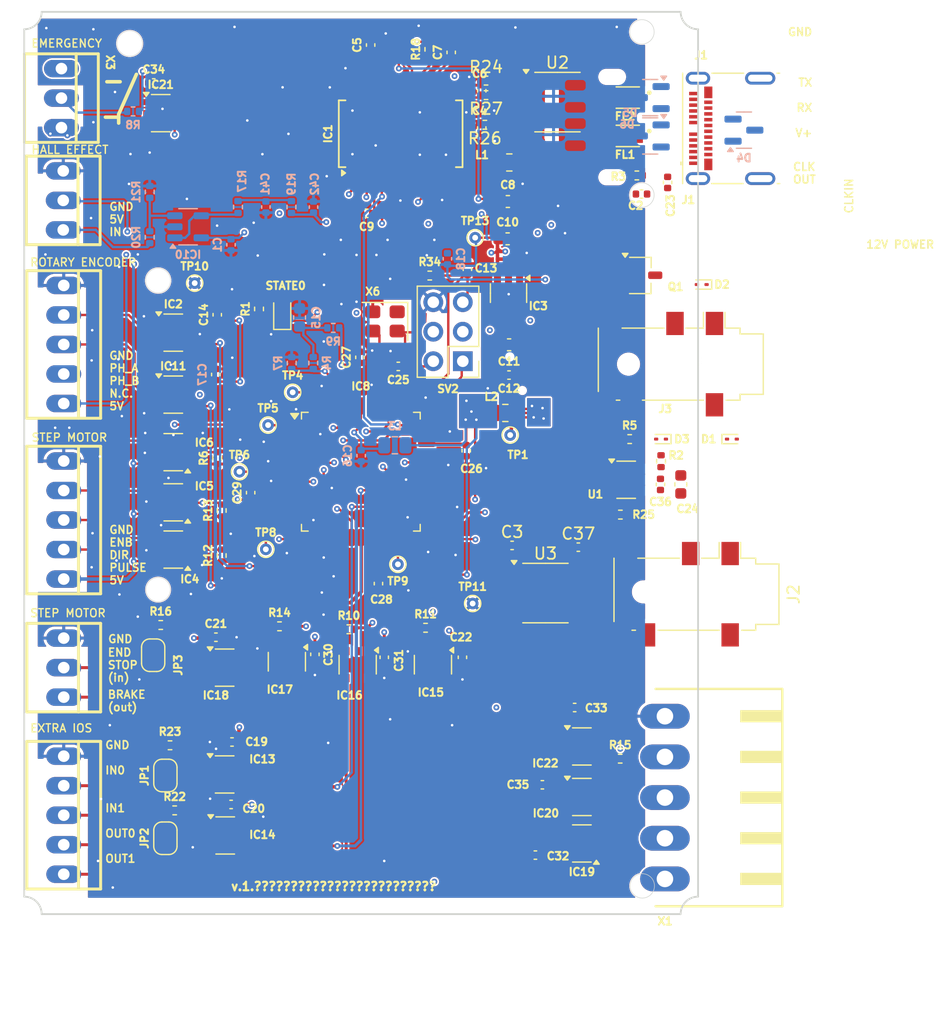
<source format=kicad_pcb>
(kicad_pcb (version 20241229) (generator "pcbnew") (generator_version "9.0")
  (layers (0 "F.Cu" signal) (4 "In1.Cu" signal) (6 "In2.Cu" signal) (2 "B.Cu" signal) (13 "F.Paste" user) (15 "B.Paste" user) (5 "F.SilkS" user "F.Silkscreen") (7 "B.SilkS" user "B.Silkscreen") (1 "F.Mask" user) (3 "B.Mask" user) (25 "Edge.Cuts" user))
  (net 0 "")
  (net 1 "GND")
  (net 2 "Net-(J1-SHIELD)")
  (net 3 "+3V3")
  (net 4 "Net-(IC1-3V3OUT)")
  (net 5 "Net-(C15-Pad1)")
  (net 6 "Net-(IC8-AVCC)")
  (net 7 "/core stage/PDI_CLK")
  (net 8 "U_HALL_EFFCT_IN")
  (net 9 "Net-(C41-Pad2)")
  (net 10 "FTDI_CTS")
  (net 11 "Net-(IC1-~{RESET})")
  (net 12 "+5V")
  (net 15 "FTDI_RXD")
  (net 19 "FTDI_RTS")
  (net 21 "FTDI_TXD")
  (net 22 "/IO stage/INPUT0")
  (net 28 "U_PH_A")
  (net 29 "U_STEP_PULSE")
  (net 31 "/IO stage/STEP_PULSE")
  (net 32 "U_STEP_DIRECTION")
  (net 33 "/IO stage/STEP_DIRECTION")
  (net 34 "U_STEP_ENABLE")
  (net 35 "/IO stage/STEP_ENABLE")
  (net 36 "HARP_H2_TX")
  (net 37 "UC_ENDSTOP")
  (net 38 "/core stage/PDI_DATA")
  (net 39 "Net-(IC8-PA5{slash}ADC5)")
  (net 40 "U_PH_B")
  (net 42 "UC_OUTPUT0")
  (net 43 "/core stage/LED_STATE")
  (net 44 "Net-(IC8-PB2{slash}ADC10{slash}DAC0)")
  (net 45 "UC_INPUT1")
  (net 46 "Net-(IC8-OC0B{slash}XCK0{slash}PD1)")
  (net 47 "Net-(IC8-PA4{slash}ADC4)")
  (net 50 "Net-(IC8-PC1{slash}OC0B{slash}XCK0{slash}SCL)")
  (net 52 "UC_BRAKE")
  (net 53 "UC_OUTPUT1")
  (net 54 "/core stage/AREF")
  (net 55 "EMERGENCY_INPUT")
  (net 56 "UC_INPUT0")
  (net 57 "Net-(IC8-PR1{slash}XTAL1)")
  (net 58 "HARP_H2_RX")
  (net 59 "/IO stage/INPUT1")
  (net 61 "Net-(IC10--IN)")
  (net 62 "Net-(IC10-+IN)")
  (net 63 "HARP_H2_CLOCK_OUT")
  (net 64 "/IO stage/IN0")
  (net 66 "unconnected-(SV2-Pad3)")
  (net 67 "/IO stage/IN1")
  (net 68 "/IO stage/OUTPUT1")
  (net 69 "/IO stage/OUTPUT0")
  (net 70 "/IO stage/BRAKE")
  (net 71 "/IO stage/ENDSTOP")
  (net 72 "/IO stage/HALL_EFFCT_IN")
  (net 73 "+3.3V_u")
  (net 74 "Net-(STATE0-K)")
  (net 77 "Net-(IC21-A)")
  (net 84 "Net-(JP1-B)")
  (net 86 "Net-(IC22-Y)")
  (net 87 "Net-(JP2-B)")
  (net 88 "Net-(JP3-B)")
  (net 89 "Net-(D2-A2)")
  (net 90 "VClk")
  (net 91 "Net-(D1-A2)")
  (net 92 "Net-(D3-A2)")
  (net 93 "~{CLK_EN_USB}")
  (net 94 "Net-(U1-A)")
  (net 95 "Net-(U1-Y)")
  (net 96 "CLK_USB")
  (net 101 "/CC2")
  (net 102 "/CC1")
  (net 103 "/CLCK_N")
  (net 104 "/CLCK_P")
  (net 105 "/USB_P")
  (net 106 "/USB_N")
  (net 107 "/IO stage/2Harp_H2_RX")
  (net 108 "/IO stage/2Harp_H2_TX")
  (net 109 "/USB_POWER")
  (net 112 "/IO stage/2Harp_ClockOut")
  (net 113 "Net-(U3-VDD2)")
  (net 114 "GNDS")
  (net 115 "CLK_2u")
  (net 116 "Net-(U3-VOB)")
  (net 117 "Net-(U2-RO)")
  (net 118 "Net-(U2-DE)")
  (net 119 "Net-(U2-~{RE})")
  (net 121 "/USB_CLCK_N")
  (net 122 "/USB_CLCK_P")
  (net 123 "/USB_2u_N")
  (net 124 "/USB_2u_P")
  (footprint "Capacitor_SMD:C_0402_1005Metric" (layer "F.Cu") (at 135.9871 97.3934 90)
    (property "Reference" "C17")
    (property "Value" "100nF")
  )
  (footprint "Resistor_SMD:R_0402_1005Metric" (layer "F.Cu") (at 174.315 104.85 90)
    (property "Reference" "R2")
    (property "Value" "100k")
  )
  (footprint "Capacitor_SMD:C_0402_1005Metric" (layer "F.Cu") (at 136.1141 92.25 90)
    (property "Reference" "C14")
    (property "Value" "100nF")
  )
  (footprint "Capacitor_SMD:C_0402_1005Metric" (layer "F.Cu") (at 144.5201 121.4746 -90)
    (property "Reference" "C30")
    (property "Value" "100nF")
  )
  (footprint "Resistor_SMD:R_0402_1005Metric" (layer "F.Cu") (at 141.4721 119.0616)
    (property "Reference" "R14")
    (property "Value" "10k")
  )
  (footprint "FastStepper PCBLib:22-23-2031" (layer "F.Cu") (at 122.7011 73.6066 -90)
    (property "Reference" "X3")
    (property "Value" "conn 1x2")
  )
  (footprint "Capacitor_SMD:C_0603_1608Metric" (layer "F.Cu") (at 176.015 106.85 -90)
    (property "Reference" "C24")
    (property "Value" "1u")
  )
  (footprint "Capacitor_SMD:C_0402_1005Metric" (layer "F.Cu") (at 163.5 138.75 180)
    (property "Reference" "C32")
    (property "Value" "100nF")
  )
  (footprint "Capacitor_SMD:C_0402_1005Metric" (layer "F.Cu") (at 138.9893 107.561 90)
    (property "Reference" "C29")
    (property "Value" "100nF")
  )
  (footprint "Resistor_SMD:R_0402_1005Metric" (layer "F.Cu") (at 132.45 134.9)
    (property "Reference" "R22")
    (property "Value" "10k")
  )
  (footprint "Oscillator:Oscillator_SMD_Abracon_ASE-4Pin_3.2x2.5mm" (layer "F.Cu") (at 150.55 92.825 180)
    (property "Reference" "X6")
    (property "Value" "OSCILLATOR")
  )
  (footprint "Package_SO:TSOP-5_1.65x3.05mm_P0.95mm" (layer "F.Cu") (at 132.3281 104.0756 180)
    (property "Reference" "IC6")
    (property "Value" "M74VHC1GT126DT1G")
  )
  (footprint "Package_SO:TSOP-5_1.65x3.05mm_P0.95mm" (layer "F.Cu") (at 167.5 129.4)
    (property "Reference" "IC22")
    (property "Value" "M74VHC1GT126DT1G")
  )
  (footprint "Capacitor_SMD:C_0402_1005Metric" (layer "F.Cu") (at 150.4891 121.7286 -90)
    (property "Reference" "C31")
    (property "Value" "100nF")
  )
  (footprint "Package_SO:TSOP-6_1.65x3.05mm_P0.95mm" (layer "F.Cu") (at 171.315 106.45)
    (property "Reference" "U1")
    (property "Value" "74LVC1G157")
  )
  (footprint "FastStepper PCBLib:FIL_DLW21HN900SQ2L" (layer "F.Cu") (at 171.4525 76.8625 180)
    (property "Reference" "FL1")
    (property "Value" "DLW21HN900SQ2L")
  )
  (footprint "Capacitor_SMD:C_0402_1005Metric" (layer "F.Cu") (at 174.265 106.85 90)
    (property "Reference" "C36")
    (property "Value" "100nF")
  )
  (footprint "Resistor_SMD:R_0402_1005Metric" (layer "F.Cu") (at 159.25 73.35 180)
    (property "Reference" "R27")
    (property "Value" "100k")
  )
  (footprint "FastStepper PCBLib:22-23-2031" (layer "F.Cu") (at 122.8571 82.4086 -90)
    (property "Reference" "X4" (hide yes))
    (property "Value" "conn 1x3")
  )
  (footprint "Diode_SMD:D_SOD-923" (layer "F.Cu") (at 180.415 102.95)
    (property "Reference" "D1")
    (property "Value" "ESD9B3")
  )
  (footprint "Diode_SMD:D_SOD-923" (layer "F.Cu") (at 177.815 89.65 180)
    (property "Reference" "D2")
    (property "Value" "ESD9B3")
  )
  (footprint "Package_SO:TSOP-5_1.65x3.05mm_P0.95mm" (layer "F.Cu") (at 136.75 131.81)
    (property "Reference" "IC13")
    (property "Value" "M74VHC1GT126DT1G")
  )
  (footprint "Capacitor_SMD:C_0402_1005Metric" (layer "F.Cu") (at 174.8825 80.8625 90)
    (property "Reference" "C23")
    (property "Value" "100nF")
  )
  (footprint "Package_SO:SOIC-8_3.9x4.9mm_P1.27mm" (layer "F.Cu") (at 165.4 73.95)
    (property "Reference" "U2")
    (property "Value" "THVD1450D")
  )
  (footprint "Resistor_SMD:R_0402_1005Metric" (layer "F.Cu") (at 172.2325 80.2625)
    (property "Reference" "R3")
    (property "Value" "1M")
  )
  (footprint "Connector_PinHeader_2.54mm:PinHeader_2x03_P2.54mm_Vertical" (layer "F.Cu") (at 157.25 96.25 180)
    (property "Reference" "SV2")
    (property "Value" "PINHD-2X3")
  )
  (footprint "Jumper:SolderJumper-2_P1.3mm_Open_RoundedPad1.0x1.5mm" (layer "F.Cu") (at 130.6 121.55 90)
    (property "Reference" "JP3")
    (property "Value" "SolderJumper_2_Open")
  )
  (footprint "TestPoint:TestPoint_THTPad_D1.0mm_Drill0.5mm" (layer "F.Cu") (at 142.6067 98.924)
    (property "Reference" "TP4")
    (property "Value" "NO_COMPONENT")
  )
  (footprint "Package_SO:SOIC-8_3.9x4.9mm_P1.27mm" (layer "F.Cu") (at 164.365 116.2)
    (property "Reference" "U3")
    (property "Value" "ADuM1201BR NOT NORMALLY STOCKED")
  )
  (footprint "Package_SO:TSOP-5_1.65x3.05mm_P0.95mm" (layer "F.Cu") (at 132.3281 93.7886)
    (property "Reference" "IC2")
    (property "Value" "M74VHC1GT126DT1G")
  )
  (footprint "Resistor_SMD:R_0402_1005Metric" (layer "F.Cu") (at 170.815 109.45)
    (property "Reference" "R25")
    (property "Value" "1k")
  )
  (footprint "Jumper:SolderJumper-2_P1.3mm_Open_RoundedPad1.0x1.5mm" (layer "F.Cu") (at 131.65 137.3 90)
    (property "Reference" "JP2")
    (property "Value" "SolderJumper_2_Open")
  )
  (footprint "Package_SO:TSOP-5_1.65x3.05mm_P0.95mm" (layer "F.Cu") (at 132.3281 108.3936 180)
    (property "Reference" "IC5")
    (property "Value" "M74VHC1GT126DT1G")
  )
  (footprint "Package_SO:TSOP-5_1.65x3.05mm_P0.95mm" (layer "F.Cu") (at 154.6801 122.3636 -90)
    (property "Reference" "IC15")
    (property "Value" "M74VHC1GT126DT1G")
  )
  (footprint "Package_QFP:TQFP-44_10x10mm_P0.8mm" (layer "F.Cu") (at 148.4741 105.7566)
    (property "Reference" "IC8")
    (property "Value" "ATXMEGA32A4U")
  )
  (footprint "Connector_Audio:Jack_3.5mm_PJ311_Horizontal" (layer "F.Cu") (at 175.565 116.3 -90)
    (property "Reference" "J2")
    (property "Value" "AudioJack3_Ground_SwitchTR")
  )
  (footprint "Capacitor_SMD:C_0402_1005Metric" (layer "F.Cu") (at 166.88 126.05)
    (property "Reference" "C33")
    (property "Value" "100nF")
  )
  (footprint "TestPoint:TestPoint_THTPad_D1.0mm_Drill0.5mm" (layer "F.Cu") (at 134.1731 89.5286)
    (property "Reference" "TP10")
    (property "Value" "NO_COMPONENT")
  )
  (footprint "Package_SO:TSOP-5_1.65x3.05mm_P0.95mm" (layer "F.Cu") (at 148.2031 122.3636 -90)
    (property "Reference" "IC16")
    (property "Value" "M74VHC1GT126DT1G")
  )
  (footprint "Package_SO:SSOP-28_5.3x10.2mm_P0.65mm" (layer "F.Cu") (at 151.9031 76.6736 90)
    (property "Reference" "IC1")
    (property "Value" "FT232RL")
  )
  (footprint "TestPoint:TestPoint_THTPad_D1.0mm_Drill0.5mm" (layer "F.Cu") (at 158.1 117.1)
    (property "Reference" "TP11")
    (property "Value" "NO_COMPONENT")
  )
  (footprint "TestPoint:TestPoint_THTPad_D1.0mm_Drill0.5mm" (layer "F.Cu") (at 158.3143 85.6186)
    (property "Reference" "TP13")
    (property "Value" "NO_COMPONENT")
  )
  (footprint "Resistor_SMD:R_0805_2012Metric" (layer "F.Cu") (at 161.2551 79.1456)
    (property "Reference" "L1")
    (property "Value" "40R@100MHz")
  )
  (footprint "Capacitor_SMD:C_0402_1005Metric" (layer "F.Cu") (at 137.308 134.393 180)
    (property "Reference" "C20")
    (property "Value" "100nF")
  )
  (footprint "Package_SO:TSOP-5_1.65x3.05mm_P0.95mm" (layer "F.Cu") (at 136.75 122.6176)
    (property "Reference" "IC18")
    (property "Value" "M74VHC1GT126DT1G")
  )
  (footprint "FastStepper PCBLib:FIL_DLW21HN900SQ2L" (layer "F.Cu") (at 171.4525 73.5625 180)
    (property "Reference" "FL2")
    (property "Value" "DLW21HN900SQ2L")
  )
  (footprint "Resistor_SMD:R_0402_1005Metric" (layer "F.Cu") (at 159.25 72.1)
    (property "Reference" "R24")
    (property "Value" "1k")
  )
  (footprint "Capacitor_SMD:C_0402_1005Metric" (layer "F.Cu") (at 148.9771 83.5186 180)
    (property "Reference" "C9")
    (property "Value" "100nF")
  )
  (footprint "Diode_SMD:D_SOD-923" (layer "F.Cu") (at 174.315 102.95 180)
    (property "Reference" "D3")
    (property "Value" "ESD9B3")
  )
  (footprint "Capacitor_SMD:C_0402_1005Metric" (layer "F.Cu") (at 148.3935 95.9158 90)
    (property "Reference" "C27")
    (property "Value" "100nF")
  )
  (footprint "Resistor_SMD:R_0402_1005Metric" (layer "F.Cu") (at 170.8 130.45)
    (property "Reference" "R15")
    (property "Value" "0R")
  )
  (footprint "Capacitor_SMD:C_0402_1005Metric" (layer "F.Cu") (at 136 120)
    (property "Reference" "C21")
    (property "Value" "100nF")
  )
  (footprint "Jumper:SolderJumper-2_P1.3mm_Open_RoundedPad1.0x1.5mm" (layer "F.Cu") (at 131.65 131.9 90)
    (property "Reference" "JP1")
    (property "Value" "SolderJumper_2_Open")
  )
  (footprint "Connector_USB:USB_C_Receptacle_Molex_105450-0101" (layer "F.Cu") (at 180.2975 76.2125 90)
    (property "Reference" "J1")
    (property "Value" "USB_C_Receptacle")
  )
  (footprint "Capacitor_SMD:C_0603_1608Metric" (layer "F.Cu") (at 161.1295 82.5064)
    (property "Reference" "C8")
    (property "Value" "4.7uF")
  )
  (footprint "Capacitor_SMD:C_0402_1005Metric" (layer "F.Cu") (at 157.2201 121.7286 -90)
    (property "Reference" "C22")
    (property "Value" "100nF")
  )
  (footprint "Capacitor_SMD:C_0603_1608Metric" (layer "F.Cu") (at 161.2369 94.8346 180)
    (property "Reference" "C11")
    (property "Value" "4.7uF")
  )
  (footprint "Package_SO:TSOP-5_1.65x3.05mm_P0.95mm" (layer "F.Cu") (at 132.3281 99.1226)
    (property "Reference" "IC11")
    (property "Value" "M74VHC1GT126DT1G")
  )
  (footprint "Capacitor_SMD:C_0402_1005Metric" (layer "F.Cu") (at 151.6985 96.6956 180)
    (property "Reference" "C25")
    (property "Value" "100nF")
  )
  (footprint "Package_SO:TSOP-5_1.65x3.05mm_P0.95mm" (layer "F.Cu") (at 132.3281 112.4576 180)
    (property "Reference" "IC4")
    (property "Value" "M74VHC1GT126DT1G")
  )
  (footprint "Capacitor_SMD:C_0402_1005Metric" (layer "F.Cu") (at 157.5417 103.9508 -90)
    (property "Reference" "C26")
    (property "Value" "100nF")
  )
  (footprint "Capacitor_SMD:C_0603_1608Metric" (layer "F.Cu") (at 161.1099 85.716)
    (property "Reference" "C10")
    (property "Value" "4.7uF")
  )
  (footprint "LED_SMD:LED_0603_1608Metric" (layer "F.Cu") (at 141.7091 92.0286 90)
    (property "Reference" "STATE0")
    (property "Value" "GREEN_LED")
  )
  (footprint "TestPoint:TestPoint_THTPad_D1.0mm_Drill0.5mm" (layer "F.Cu") (at 138.0261 105.7566)
    (property "Reference" "TP6")
    (property "Value" "NO_COMPONENT")
  )
  (footprint "Package_SO:TSOP-5_1.65x3.05mm_P0.95mm" (layer "F.Cu") (at 142.1071 122.1096 -90)
    (property "Reference" "IC17")
    (property "Value" "M74VHC1GT126DT1G")
  )
  (footprint "Capacitor_SMD:C_0402_1005Metric" (layer "F.Cu") (at 130.65 72.3)
    (property "Reference" "C34")
    (property "Value" "100nF")
  )
  (footprint "Resistor_SMD:R_0402_1005Metric" (layer "F.Cu") (at 136.4959 112.9686 90)
    (property "Reference" "R12")
    (property "Value" "10k")
  )
  (footprint "Capacitor_SMD:C_0402_1005Metric" (layer "F.Cu") (at 161.495 112.1)
    (property "Reference" "C3")
    (property "Value" "100nF")
  )
  (footprint "Package_TO_SOT_SMD:TSOT-23-5" (layer "F.Cu") (at 161.1861 90.3896 -90)
    (property "Reference" "IC3")
    (property "Value" "LP5907MFX-3.3")
  )
  (footprint "FastStepper PCBLib:22-23-2031" (layer "F.Cu") (at 122.9011 122.6176 -90)
    (property "Reference" "X10" (hide yes))
    (property "Value" "conn 1x3")
  )
  (footprint "Resistor_SMD:R_0402_1005Metric" (layer "F.Cu") (at 154.40625 88.8778)
    (property "Reference" "R34")
    (property "Value" "10k")
  )
  (footprint "Capacitor_SMD:C_0402_1005Metric" (layer "F.Cu") (at 158.8811 76.1816 -90)
    (property "Reference" "C4")
    (property "Value" "47pF")
  )
  (footprint "Resistor_SMD:R_0402_1005Metric" (layer "F.Cu") (at 154.3755 69.4092 90)
    (property "Reference" "R18")
    (property "Value" "10k")
  )
  (footprint "Capacitor_SMD:C_0402_1005Metric" (layer "F.Cu") (at 156.2521 69.6726 90)
    (property "Reference" "C7")
    (property "Value" "100nF")
  )
  (footprint "Resistor_SMD:R_0402_1005Metric" (layer "F.Cu") (at 136.1149 104.5866 90)
    (property "Reference" "R6")
    (property "Value" "10k")
  )
  (footprint "Capacitor_SMD:C_0402_1005Metric" (layer "F.Cu") (at 158.8811 72.9746 90)
    (property "Reference" "C6")
    (property "Value" "47pF")
  )
  (footprint "Resistor_SMD:R_0402_1005Metric" (layer "F.Cu") (at 132.05 129.3)
    (property "Reference" "R23")
    (property "Value" "10k")
  )
  (footprint "Capacitor_SMD:C_0402_1005Metric" (layer "F.Cu") (at 164.1 132.7 180)
    (property "Reference" "C35")
    (property "Value" "100nF")
  )
  (footprint "Package_SO:TSOP-5_1.65x3.05mm_P0.95mm" (layer "F.Cu") (at 167.5 137.75 180)
    (property "Reference" "IC19")
    (property "Value" "M74VHC1GT126DT1G")
  )
  (footprint "Resistor_SMD:R_0402_1005Metric" (layer "F.Cu") (at 171.615 102.95)
    (property "Reference" "R5")
    (property "Value" "1k")
  )
  (footprint "Resistor_SMD:R_0402_1005Metric" (layer "F.Cu") (at 139.7111 91.75 90)
    (property "Reference" "R1")
    (property "Value" "330R")
  )
  (footprint "Connector_Audio:Jack_3.5mm_PJ311_Horizontal" (layer "F.Cu") (at 174.215 96.5 -90)
    (property "Reference" "J3")
    (property "Value" "AudioJack3_Ground_SwitchTR")
  )
  (footprint "FastStepper PCBLib:22-23-2051" (layer "F.Cu") (at 122.9011 109.9146 -90)
    (property "Reference" "X5" (hide yes))
    (property "Value" "conn 1x5")
  )
  (footprint "Capacitor_SMD:C_0402_1005Metric" (layer "F.Cu") (at 149.3179 69.0376 90)
    (property "Reference" "C5")
    (property "Value" "100nF")
  )
  (footprint "Package_SO:TSOP-5_1.65x3.05mm_P0.95mm" (layer "F.Cu") (at 167.5 133.75)
    (property "Reference" "IC20")
    (property "Value" "M74VHC1GT126DT1G")
  )
  (footprint "Capacitor_SMD:C_0402_1005Metric" (layer "F.Cu") (at 161.2283 97.4388 180)
    (property "Reference" "C12")
    (property "Value" "100nF")
  )
  (footprint "Capacitor_SMD:C_0402_1005Metric" (layer "F.Cu") (at 137.385 129.016 180)
    (property "Reference" "C19")
    (property "Value" "100nF")
  )
  (footprint "Package_SO:TSOP-5_1.65x3.05mm_P0.95mm" (layer "F.Cu") (at 136.8 137.06)
    (property "Reference" "IC14")
    (property "Value" "M74VHC1GT126DT1G")
  )
  (footprint "Capacitor_SMD:C_0402_1005Metric" (layer "F.Cu") (at 167.195 112.25)
    (property "Reference" "C37")
    (property "Value" "100nF")
  )
  (footprint "Resistor_SMD:R_0402_1005Metric" (layer "F.Cu") (at 131.25 118.95)
    (property "Reference" "R16")
    (property "Value" "10k")
  )
  (footprint "Package_SO:TSOP-5_1.65x3.05mm_P0.95mm" (layer "F.Cu") (at 131.25 74.9)
    (property "Reference" "IC21")
    (property "Value" "M74VHC1GT126DT1G")
  )
  (footprint "FastStepper PCBLib:22-23-2051" (layer "F.Cu") (at 122.9011 135.3176 -90)
    (property "Reference" "X9" (hide yes))
    (property "Value" "conn 1x5")
  )
  (footprint "Capacitor_SMD:C_0402_1005Metric" (layer "F.Cu") (at 149.9899 115.386 -90)
    (property "Reference" "C28")
    (property "Value" "100nF")
  )
  (footprint "Resistor_SMD:R_0402_1005Metric" (layer "F.Cu") (at 159.15 75.9 180)
    (property "Reference" "R26")
    (property "Value" "100k")
  )
  (footprint "TestPoint:TestPoint_THTPad_D1.0mm_Drill0.5mm" (layer "F.Cu") (at 140.4899 101.7434)
    (property "Reference" "TP5")
    (property "Value" "NO_COMPONENT")
  )
  (footprint "Resistor_SMD:R_0402_1005Metric" (layer "F.Cu") (at 136.4959 109.0951 90)
    (property "Reference" "R13")
    (property "Value" "10k")
  )
  (footprint "FastStepper PCBLib:90G-5" (layer "F.Cu") (at 179.9 133.8 90)
    (property "Reference" "X1")
    (property "Value" "conn 1x5 2")
  )
  (footprint "Capacitor_SMD:C_0402_1005Metric" (layer "F.Cu") (at 172.6325 81.8625)
    (property "Reference" "C2")
    (property "Value" "4.7nF")
  )
  (footprint "Resistor_SMD:R_0805_2012Metric" (layer "F.Cu") (at 160.9123 100.702 180)
    (property "Reference" "L2")
    (property "Value" "40R@100MHz")
  )
  (footprint "TestPoint:TestPoint_THTPad_D1.0mm_Drill0.5mm" (layer "F.Cu") (at 161.3305 102.6016)
    (property "Reference" "TP1")
    (property "Value" "NO_COMPONENT")
  )
  (footprint "FastStepper PCBLib:22-23-2051" (layer "F.Cu") (at 122.9011 94.8066 -90)
    (property "Reference" "X2" (hide yes))
    (property "Value" "conn 1x5")
  )
  (footprint "Package_TO_SOT_SMD:TSOT-23" (layer "F.Cu") (at 172.505 88.85)
    (property "Reference" "Q1")
    (property "Value" "AO3401A")
  )
  (footprint "Resistor_SMD:R_0402_1005Metric" (layer "F.Cu") (at 154.0451 119.1886)
    (property "Reference" "R11")
    (property "Value" "10k")
  )
  (footprint "TestPoint:TestPoint_THTPad_D1.0mm_Drill0.5mm" (layer "F.Cu") (at 140.2953 112.4368)
    (property "Reference" "TP8")
    (property "Value" "NO_COMPONENT")
  )
  (footprint "Capacitor_SMD:C_0402_1005Metric" (layer "F.Cu") (at 157.6459 88.33175 90)
    (property "Reference" "C13")
    (property "Value" "47pF")
  )
  (footprint "Resistor_SMD:R_0402_1005Metric" (layer "F.Cu") (at 147.4411 119.3156)
    (property "Reference" "R10")
    (property "Value" "10k")
  )
  (footprint "TestPoint:TestPoint_THTPad_D1.0mm_Drill0.5mm" (layer "F.Cu") (at 151.6651 113.7266 180)
    (property "Reference" "TP9")
    (property "Value" "NO_COMPONENT")
  )
  (footprint "Capacitor_SMD:C_0402_1005Metric" (layer "B.Cu") (at 155.9247 87.4386 90)
    (property "Reference" "C18")
    (property "Value" "100nF")
  )
  (footprint "Resistor_SMD:R_0402_1005Metric" (layer "B.Cu") (at 130.3011 85.5806 -90)
    (property "Reference" "R20")
    (property "Value" "24k")
  )
  (footprint "Package_TO_SOT_SMD:SOT-23" (layer "B.Cu") (at 173.3825 73.5625 180)
    (property "Reference" "D5")
    (property "Value" "PESD5V0L2BT")
  )
  (footprint "Resistor_SMD:R_0402_1005Metric" (layer "B.Cu") (at 142.5011 82.9806 -90)
    (property "Reference" "R19")
    (property "Value" "10k")
  )
  (footprint "Capacitor_SMD:C_0603_1608Metric" (layer "B.Cu") (at 143.2011 92.4806 90)
    (property "Reference" "C15")
    (property "Value" "DNI")
  )
  (footprint "Capacitor_SMD:C_0402_1005Metric" (layer "B.Cu") (at 137.2991 86.2326 -90)
    (property "Reference" "C1")
    (property "Value" "100nF")
  )
  (footprint "Capacitor_SMD:C_0402_1005Metric" (layer "B.Cu") (at 144.4011 82.9806 -90)
    (property "Reference" "C42")
    (property "Value" "15nF 5%")
  )
  (footprint "Resistor_SMD:R_0402_1005Metric" (layer "B.Cu") (at 137.9011 82.9806 90)
    (property "Reference" "R17")
    (property "Value" "10k")
  )
  (footprint "Package_TO_SOT_SMD:SOT-23" (layer "B.Cu") (at 181.45 76.3625)
    (property "Reference" "D4")
    (property "Value" "PESD5V0L2BT")
  )
  (footprint "Package_TO_SOT_SMD:SOT-23-5" (layer "B.Cu") (at 133.6011 84.6806)
    (property "Reference" "IC10")
    (property "Value" "THS4281DBVT")
  )
  (footprint "Resistor_SMD:R_0402_1005Metric" (layer "B.Cu") (at 146.1011 93.3806)
    (property "Reference" "R9")
    (property "Value" "DNI")
  )
  (footprint "Resistor_SMD:R_0402_1005Metric" (layer "B.Cu") (at 130.3011 81.6806 -90)
    (property "Reference" "R21")
    (property "Value" "15k")
  )
  (footprint "Capacitor_SMD:C_0402_1005Metric" (layer "B.Cu") (at 140.3011 82.9806 90)
    (property "Reference" "C41")
    (property "Value" "15nF 5%")
  )
  (footprint "Package_TO_SOT_SMD:SOT-23" (layer "B.Cu") (at 173.3825 76.8625 180)
    (property "Reference" "D6")
    (property "Value" "PESD5V0L2BT")
  )
  (footprint "Capacitor_SMD:C_0402_1005Metric" (layer "B.Cu") (at 148.5011 104.3806 -90)
    (property "Reference" "C16")
    (property "Value" "100nF")
  )
  (footprint "Resistor_SMD:R_0402_1005Metric" (layer "B.Cu") (at 128.8681 74.7506)
    (property "Reference" "R8")
    (property "Value" "10k")
  )
  (footprint "Resistor_SMD:R_0402_1005Metric" (layer "B.Cu") (at 142.5251 96.4086 -90)
    (property "Reference" "R7")
    (property "Value" "DNI")
  )
  (footprint "Resistor_SMD:R_0402_1005Metric" (layer "B.Cu") (at 144.3783 96.4034 90)
    (property "Reference" "R4")
    (property "Value" "DNI")
  )
  (footprint "Resistor_SMD:R_0805_2012Metric" (layer "B.Cu") (at 151.4011 103.4806 180)
    (property "Reference" "L3")
    (property "Value" "40R@100MHz")
  )
  (gr_line (start 126.6131 72.1986) (end 127.7561 72.1986) (stroke (width 0.3048)) (layer "F.SilkS"))
  (gr_line (start 127.6291 74.9926) (end 129.1531 71.5636) (stroke (width 0.3048)) (layer "F.SilkS"))
  (gr_line (start 126.4861 75.2466) (end 127.6291 75.2466) (stroke (width 0.3048)) (layer "F.SilkS"))
  (gr_line (start 127.6291 75.7546) (end 127.6291 74.9926) (stroke (width 0.3048)) (layer "F.SilkS"))
  (gr_arc (start 176.0011 143.8266) (mid 176.44044 142.76594) (end 177.5011 142.3266) (stroke (width 0.1524)) (layer "Edge.Cuts"))
  (gr_line (start 121.0011 143.8266) (end 176.0011 143.8266) (stroke (width 0.1524)) (layer "Edge.Cuts"))
  (gr_arc (start 119.5011 142.3266) (mid 120.56176 142.76594) (end 121.0011 143.8266) (stroke (width 0.1524)) (layer "Edge.Cuts"))
  (gr_arc (start 121.0011 66.1806) (mid 120.56176 67.24126) (end 119.5011 67.6806) (stroke (width 0.1524)) (layer "Edge.Cuts"))
  (gr_circle (center 128.5771 68.9046) (end 127.95 68) (stroke (width 0.05)) (fill no) (layer "Edge.Cuts"))
  (gr_line (start 177.5011 142.3266) (end 177.5011 67.6806) (stroke (width 0.15)) (layer "Edge.Cuts"))
  (gr_circle (center 172.7 141.4) (end 172.0269 140.5954) (stroke (width 0.05)) (fill no) (layer "Edge.Cuts"))
  (gr_line (start 176.0011 66.1806) (end 121.0011 66.1806) (stroke (width 0.1524)) (layer "Edge.Cuts"))
  (gr_line (start 119.5011 67.6806) (end 119.5011 142.3266) (stroke (width 0.1524)) (layer "Edge.Cuts"))
  (gr_circle (center 172.6731 67.9046) (end 172 67.1) (stroke (width 0.05)) (fill no) (layer "Edge.Cuts"))
  (gr_circle (center 131.0271 89.3066) (end 130.55 88.35) (stroke (width 0.05)) (fill no) (layer "Edge.Cuts"))
  (gr_circle (center 172.6731 81.9526) (end 172 81.15) (stroke (width 0.05)) (fill no) (layer "Edge.Cuts"))
  (gr_circle (center 131.0271 115.9026) (end 130.354 115.098) (stroke (width 0.05)) (fill no) (layer "Edge.Cuts"))
  (gr_arc (start 177.5011 67.6806) (mid 176.44044 67.24126) (end 176.0011 66.1806) (stroke (width 0.1524)) (layer "Edge.Cuts"))
  (gr_text "EXTRA IOS" (at 119.9421 128.2336 0) (layer "F.SilkS") (effects (font (size 0.69088 0.69088) (thickness 0.12192)) (justify left bottom)))
  (gr_text "GND\n5V\nIN  " (at 126.7491 85.5206 0) (layer "F.SilkS") (effects (font (size 0.674624 0.674624) (thickness 0.138176)) (justify left bottom)))
  (gr_text "v.1.?????????????????????????" (at 137.2141 141.8746 0) (layer "F.SilkS") (effects (font (size 0.73152 0.73152) (thickness 0.18288)) (justify left bottom)))
  (gr_text "END\nSTOP \n(in)" (at 126.6221 123.8746 0) (layer "F.SilkS") (effects (font (size 0.674624 0.674624) (thickness 0.138176)) (justify left bottom)))
  (gr_text "ROTARY ENCODER " (at 119.9421 88.1416 0) (layer "F.SilkS") (effects (font (size 0.69088 0.69088) (thickness 0.12192)) (justify left bottom)))
  (gr_text "CLKIN" (at 190.9 83.6 90) (layer "F.SilkS") (effects (font (size 0.69088 0.69088) (thickness 0.12192)) (justify left bottom)))
  (gr_text "HALL EFFECT" (at 120.05 78.45 0) (layer "F.SilkS") (effects (font (size 0.69088 0.69088) (thickness 0.12192)) (justify left bottom)))
  (gr_text "BRAKE \n(out)" (at 126.6221 126.4146 0) (layer "F.SilkS") (effects (font (size 0.674624 0.674624) (thickness 0.138176)) (justify left bottom)))
  (gr_text "STEP MOTOR" (at 119.9421 118.3276 0) (layer "F.SilkS") (effects (font (size 0.69088 0.69088) (thickness 0.12192)) (justify left bottom)))
  (gr_text "STEP MOTOR" (at 120.0691 103.2146 0) (layer "F.SilkS") (effects (font (size 0.69088 0.69088) (thickness 0.12192)) (justify left bottom)))
  (gr_text "GND\n" (at 126.65 120.55 0) (layer "F.SilkS") (effects (font (size 0.674624 0.674624) (thickness 0.138176)) (justify left bottom)))
  (gr_text "GND\n\nIN0\n\n\nIN1\n\nOUT0\n\nOUT1" (at 126.4 139.45 0) (layer "F.SilkS") (effects (font (size 0.674624 0.674624) (thickness 0.138176)) (justify left bottom)))
  (gr_text "EMERGENCY" (at 120.05 69.3 0) (layer "F.SilkS") (effects (font (size 0.69088 0.69088) (thickness 0.12192)) (justify left bottom)))
  (gr_text "GND\nENB \nDIR\nPULSE\n5V" (at 126.7491 115.4926 0) (layer "F.SilkS") (effects (font (size 0.674624 0.674624) (thickness 0.138176)) (justify left bottom)))
  (gr_text "CLK\nOUT" (at 185.6 81 0) (layer "F.SilkS") (effects (font (size 0.674624 0.674624) (thickness 0.138176)) (justify left bottom)))
  (gr_text "GND\n\n\n\nTX\n\nRX\n\nV+" (at 187.4 77 0) (layer "F.SilkS") (effects (font (size 0.674624 0.674624) (thickness 0.138176)) (justify right bottom)))
  (gr_text "GND \nPH_A \nPH_B \nN.C.\n5V" (at 126.7491 100.5066 0) (layer "F.SilkS") (effects (font (size 0.674624 0.674624) (thickness 0.138176)) (justify left bottom)))
  (gr_text "12V POWER" (at 191.9 86.6 0) (layer "F.SilkS") (effects (font (size 0.674624 0.674624) (thickness 0.138176)) (justify left bottom)))
  (via (at 134.6141 99.1226) (size 0.5) (drill 0.22) (layers "F.Cu" "B.Cu") (net 0))
  (segment (start 136.785 129.016) (end 135.48 129.016) (width 0.254) (layer "F.Cu") (net 1))
  (segment (start 157.2201 122.3286) (end 157.2201 123.6336) (width 0.254) (layer "F.Cu") (net 1))
  (segment (start 135.524 132.826) (end 135.524 133.826) (width 0.254) (layer "F.Cu") (net 1))
  (segment (start 144.5201 122.0746) (end 144.5201 123.2526) (width 0.254) (layer "F.Cu") (net 1))
  (segment (start 141.1171 120.9096) (end 141.0601 120.9666) (width 0.254) (layer "F.Cu") (net 1))
  (segment (start 135.6 138.05) (end 135.574 138.076) (width 0.3048) (layer "F.Cu") (net 1))
  (segment (start 135.55 132.8) (end 135.524 132.826) (width 0.254) (layer "F.Cu") (net 1))
  (segment (start 135.524 133.826) (end 135.5 133.85) (width 0.254) (layer "F.Cu") (net 1))
  (segment (start 153.6901 121.1636) (end 153.6331 121.2206) (width 0.254) (layer "F.Cu") (net 1))
  (segment (start 129.4331 123.6076) (end 129.4071 123.6336) (width 0.254) (layer "F.Cu") (net 1))
  (segment (start 135.574 138.076) (end 134.006 138.076) (width 0.3048) (layer "F.Cu") (net 1))
  (segment (start 141.0601 120.9666) (end 139.5671 120.9666) (width 0.254) (layer "F.Cu") (net 1))
  (segment (start 153.6331 121.2206) (end 152.5211 121.2206) (width 0.254) (layer "F.Cu") (net 1))
  (segment (start 147.1561 121.2206) (end 145.9171 121.2206) (width 0.254) (layer "F.Cu") (net 1))
  (segment (start 147.2131 121.1636) (end 147.1561 121.2206) (width 0.254) (layer "F.Cu") (net 1))
  (segment (start 136.6 120) (end 137.778 120) (width 0.254) (layer "F.Cu") (net 1))
  (segment (start 150.4891 122.3286) (end 150.4891 123.5066) (width 0.254) (layer "F.Cu") (net 1))
  (via (at 130.0111 108.3266) (size 0.5) (drill 0.22) (layers "F.Cu" "B.Cu") (net 1))
  (via (at 146.1321 114.7576) (size 0.5) (drill 0.22) (layers "F.Cu" "B.Cu") (net 1))
  (via (at 145.3281 87.0536) (size 0.5) (drill 0.22) (layers "F.Cu" "B.Cu") (net 1))
  (via (at 149.8161 87.1036) (size 0.5) (drill 0.22) (layers "F.Cu" "B.Cu") (net 1))
  (via (at 129.8841 104.1356) (size 0.5) (drill 0.22) (layers "F.Cu" "B.Cu") (net 1))
  (via (at 140.4981 104.8544) (size 0.5) (drill 0.22) (layers "F.Cu" "B.Cu") (net 1))
  (via (at 129.2801 87.0576) (size 0.5) (drill 0.22) (layers "F.Cu" "B.Cu") (net 1))
  (via (at 150.4891 139.2546) (size 0.5) (drill 0.22) (layers "F.Cu" "B.Cu") (net 1))
  (via (at 144.3931 109.9186) (size 0.5) (drill 0.22) (layers "F.Cu" "B.Cu") (net 1))
  (via (at 133.5011 82.2806) (size 0.5) (drill 0.22) (layers "F.Cu" "B.Cu") (net 1))
  (via (at 162.7511 86.9306) (size 0.5) (drill 0.22) (layers "F.Cu" "B.Cu") (net 1))
  (via (at 145.9743 107.1592) (size 0.5) (drill 0.22) (layers "F.Cu" "B.Cu") (net 1))
  (via (at 137.6011 67.4806) (size 0.5) (drill 0.22) (layers "F.Cu" "B.Cu") (net 1))
  (via (at 126.1051 133.9206) (size 0.5) (drill 0.22) (layers "F.Cu" "B.Cu") (net 1))
  (via (at 159.9511 74.6806) (size 0.5) (drill 0.22) (layers "F.Cu" "B.Cu") (net 1))
  (via (at 151.0011 89.1606) (size 0.5) (drill 0.22) (layers "F.Cu" "B.Cu") (net 1))
  (via (at 157.8011 71.7806) (size 0.5) (drill 0.22) (layers "F.Cu" "B.Cu") (net 1))
  (via (at 129.8011 92.3806) (size 0.5) (drill 0.22) (layers "F.Cu" "B.Cu") (net 1))
  (via (at 127.4391 113.3996) (size 0.5) (drill 0.22) (layers "F.Cu" "B.Cu") (net 1))
  (via (at 131.2811 110.3586) (size 0.5) (drill 0.22) (layers "F.Cu" "B.Cu") (net 1))
  (via (at 129.2751 118.2316) (size 0.5) (drill 0.22) (layers "F.Cu" "B.Cu") (net 1))
  (via (at 156.1311 102.2946) (size 0.5) (drill 0.22) (layers "F.Cu" "B.Cu") (net 1))
  (via (at 153.4511 67.3806) (size 0.5) (drill 0.22) (layers "F.Cu" "B.Cu") (net 1))
  (via (at 162.4011 80.9806) (size 0.5) (drill 0.22) (layers "F.Cu" "B.Cu") (net 1))
  (via (at 150.9971 127.0626) (size 0.5) (drill 0.22) (layers "F.Cu" "B.Cu") (net 1))
  (via (at 154.0511 99.3806) (size 0.5) (drill 0.22) (layers "F.Cu" "B.Cu") (net 1))
  (via (at 152.5651 115.9706) (size 0.5) (drill 0.22) (layers "F.Cu" "B.Cu") (net 1))
  (via (at 127.9011 100.9716) (size 0.5) (drill 0.22) (layers "F.Cu" "B.Cu") (net 1))
  (via (at 145.9171 121.2206) (size 0.5) (drill 0.22) (layers "F.Cu" "B.Cu") (net 1))
  (via (at 141.7391 72.6766) (size 0.5) (drill 0.22) (layers "F.Cu" "B.Cu") (net 1))
  (via (at 134.006 138.076) (size 0.5) (drill 0.22) (layers "F.Cu" "B.Cu") (net 1))
  (via (at 121.3251 87.0626) (size 0.5) (drill 0.22) (layers "F.Cu" "B.Cu") (net 1))
  (via (at 152.5211 121.2206) (size 0.5) (drill 0.22) (layers "F.Cu" "B.Cu") (net 1))
  (via (at 156.0011 105.1806) (size 0.5) (drill 0.22) (layers "F.Cu" "B.Cu") (net 1))
  (via (at 145.2791 113.1426) (size 0.5) (drill 0.22) (layers "F.Cu" "B.Cu") (net 1))
  (via (at 159.2511 105.4506) (size 0.5) (drill 0.22) (layers "F.Cu" "B.Cu") (net 1))
  (via (at 125.3511 93.5806) (size 0.5) (drill 0.22) (layers "F.Cu" "B.Cu") (net 1))
  (via (at 127.6741 88.1306) (size 0.5) (drill 0.22) (layers "F.Cu" "B.Cu") (net 1))
  (via (at 147.7511 74.6806) (size 0.5) (drill 0.22) (layers "F.Cu" "B.Cu") (net 1))
  (via (at 136.5055 114.9354) (size 0.5) (drill 0.22) (layers "F.Cu" "B.Cu") (net 1))
  (via (at 126.8671 127.5706) (size 0.5) (drill 0.22) (layers "F.Cu" "B.Cu") (net 1))
  (via (at 137.6599 107.136) (size 0.5) (drill 0.22) (layers "F.Cu" "B.Cu") (net 1))
  (via (at 137.4081 95.9476) (size 0.5) (drill 0.22) (layers "F.Cu" "B.Cu") (net 1))
  (via (at 151.0291 95.3746) (size 0.5) (drill 0.22) (layers "F.Cu" "B.Cu") (net 1))
  (via (at 128.5161 80.9916) (size 0.5) (drill 0.22) (layers "F.Cu" "B.Cu") (net 1))
  (via (at 152.5011 109.6806) (size 0.5) (drill 0.22) (layers "F.Cu" "B.Cu") (net 1))
  (via (at 139.2511 84.3306) (size 0.5) (drill 0.22) (layers "F.Cu" "B.Cu") (net 1))
  (via (at 146.7503 85.8068) (size 0.5) (drill 0.22) (layers "F.Cu" "B.Cu") (net 1))
  (via (at 137.1541 100.3926) (size 0.5) (drill 0.22) (layers "F.Cu" "B.Cu") (net 1))
  (via (at 144.5201 123.2526) (size 0.5) (drill 0.22) (layers "F.Cu" "B.Cu") (net 1))
  (via (at 132.3411 102.5916) (size 0.5) (drill 0.22) (layers "F.Cu" "B.Cu") (net 1))
  (via (at 150.6171 68.0426) (size 0.5) (drill 0.22) (layers "F.Cu" "B.Cu") (net 1))
  (via (at 149.7511 77.6806) (size 0.5) (drill 0.22) (layers "F.Cu" "B.Cu") (net 1))
  (via (at 151.8781 82.4226) (size 0.5) (drill 0.22) (layers "F.Cu" "B.Cu") (net 1))
  (via (at 165.4511 82.8806) (size 0.5) (drill 0.22) (layers "F.Cu" "B.Cu") (net 1))
  (via (at 136.1011 84.5806) (size 0.5) (drill 0.22) (layers "F.Cu" "B.Cu") (net 1))
  (via (at 130.2961 78.2946) (size 0.5) (drill 0.22) (layers "F.Cu" "B.Cu") (net 1))
  (via (at 156.6281 112.9226) (size 0.5) (drill 0.22) (layers "F.Cu" "B.Cu") (net 1))
  (via (at 127.6931 116.3206) (size 0.5) (drill 0.22) (layers "F.Cu" "B.Cu") (net 1))
  (via (at 123.3791 101.9726) (size 0.5) (drill 0.22) (layers "F.Cu" "B.Cu") (net 1))
  (via (at 127.6011 96.0806) (size 0.5) (drill 0.22) (layers "F.Cu" "B.Cu") (net 1))
  (via (at 150.4891 123.5066) (size 0.5) (drill 0.22) (layers "F.Cu" "B.Cu") (net 1))
  (via (at 145.8011 72.6806) (size 0.5) (drill 0.22) (layers "F.Cu" "B.Cu") (net 1))
  (via (at 135.48 129.016) (size 0.5) (drill 0.22) (layers "F.Cu" "B.Cu") (net 1))
  (via (at 146.8011 91.3306) (size 0.5) (drill 0.22) (layers "F.Cu" "B.Cu") (net 1))
  (via (at 145.1161 116.1546) (size 0.5) (drill 0.22) (layers "F.Cu" "B.Cu") (net 1))
  (via (at 145.6631 129.0946) (size 0.5) (drill 0.22) (layers "F.Cu" "B.Cu") (net 1))
  (via (at 140.7511 93.9306) (size 0.5) (drill 0.22) (layers "F.Cu" "B.Cu") (net 1))
  (via (at 140.7511 99.6806) (size 0.5) (drill 0.22) (layers "F.Cu" "B.Cu") (net 1))
  (via (at 136.0111 129.6026) (size 0.5) (drill 0.22) (layers "F.Cu" "B.Cu") (net 1))
  (via (at 145.5361 80.3266) (size 0.5) (drill 0.22) (layers "F.Cu" "B.Cu") (net 1))
  (via (at 140.0751 135.4446) (size 0.5) (drill 0.22) (layers "F.Cu" "B.Cu") (net 1))
  (via (at 154.8011 85.8076) (size 0.5) (drill 0.22) (layers "F.Cu" "B.Cu") (net 1))
  (via (at 133.8471 116.2806) (size 0.5) (drill 0.22) (layers "F.Cu" "B.Cu") (net 1))
  (via (at 137.3861 90.0536) (size 0.5) (drill 0.22) (layers "F.Cu" "B.Cu") (net 1))
  (via (at 139.5671 120.9666) (size 0.5) (drill 0.22) (layers "F.Cu" "B.Cu") (net 1))
  (via (at 148.1011 87.1036) (size 0.5) (drill 0.22) (layers "F.Cu" "B.Cu") (net 1))
  (via (at 130.0111 112.5176) (size 0.5) (drill 0.22) (layers "F.Cu" "B.Cu") (net 1))
  (via (at 127.3121 73.0806) (size 0.5) (drill 0.22) (layers "F.Cu" "B.Cu") (net 1))
  (via (at 152.3651 106.4386) (size 0.5) (drill 0.22) (layers "F.Cu" "B.Cu") (net 1))
  (via (at 138.0901 102.9996) (size 0.5) (drill 0.22) (layers "F.Cu" "B.Cu") (net 1))
  (via (at 157.2201 123.6336) (size 0.5) (drill 0.22) (layers "F.Cu" "B.Cu") (net 1))
  (via (at 125.8511 139.2546) (size 0.5) (drill 0.22) (layers "F.Cu" "B.Cu") (net 1))
  (via (at 137.778 120) (size 0.5) (drill 0.22) (layers "F.Cu" "B.Cu") (net 1))
  (via (at 137.2781 111.0996) (size 0.5) (drill 0.22) (layers "F.Cu" "B.Cu") (net 1))
  (via (at 140.0011 78.4306) (size 0.5) (drill 0.22) (layers "F.Cu" "B.Cu") (net 1))
  (via (at 134.8101 113.7856) (size 0.5) (drill 0.22) (layers "F.Cu" "B.Cu") (net 1))
  (via (at 157.5511 74.8306) (size 0.5) (drill 0.22) (layers "F.Cu" "B.Cu") (net 1))
  (via (at 144.9851 102.5226) (size 0.5) (drill 0.22) (layers "F.Cu" "B.Cu") (net 1))
  (via (at 131.9161 106.2966) (size 0.5) (drill 0.22) (layers "F.Cu" "B.Cu") (net 1))
  (via (at 129.9151 102.4246) (size 0.5) (drill 0.22) (layers "F.Cu" "B.Cu") (net 1))
  (via (at 154.1501 87.1306) (size 0.5) (drill 0.22) (layers "F.Cu" "B.Cu") (net 1))
  (via (at 156.7631 108.7916) (size 0.5) (drill 0.22) (layers "F.Cu" "B.Cu") (net 1))
  (via (at 161.2011 90.4806) (size 0.5) (drill 0.22) (layers "F.Cu" "B.Cu") (net 1))
  (via (at 140.7511 106.5496) (size 0.5) (drill 0.22) (layers "F.Cu" "B.Cu") (net 1))
  (via (at 125.3781 111.0496) (size 0.5) (drill 0.22) (layers "F.Cu" "B.Cu") (net 1))
  (via (at 149.4511 95.3306) (size 0.5) (drill 0.22) (layers "F.Cu" "B.Cu") (net 1))
  (via (at 145.1011 98.3806) (size 0.5) (drill 0.22) (layers "F.Cu" "B.Cu") (net 1))
  (via (at 121.4011 67.5806) (size 0.5) (drill 0.22) (layers "F.Cu" "B.Cu") (net 1))
  (via (at 140.1161 103.1806) (size 0.5) (drill 0.22) (layers "F.Cu" "B.Cu") (net 1))
  (via (at 122.1631 101.9756) (size 0.5) (drill 0.22) (layers "F.Cu" "B.Cu") (net 1))
  (via (at 147.7511 78.4306) (size 0.5) (drill 0.22) (layers "F.Cu" "B.Cu") (net 1))
  (via (at 134.8681 102.4246) (size 0.5) (drill 0.22) (layers "F.Cu" "B.Cu") (net 1))
  (via (at 147.1511 71.0306) (size 0.5) (drill 0.22) (layers "F.Cu" "B.Cu") (net 1))
  (via (at 150.7757 85.8076) (size 0.5) (drill 0.22) (layers "F.Cu" "B.Cu") (net 1))
  (via (at 127.1211 141.5406) (size 0.5) (drill 0.22) (layers "F.Cu" "B.Cu") (net 1))
  (via (at 128.6451 78.4216) (size 0.5) (drill 0.22) (layers "F.Cu" "B.Cu") (net 1))
  (via (at 139.3101 113.0156) (size 0.5) (drill 0.22) (layers "F.Cu" "B.Cu") (net 1))
  (via (at 134.6141 93.9156) (size 0.5) (drill 0.22) (layers "F.Cu" "B.Cu") (net 1))
  (via (at 155.4701 82.3726) (size 0.5) (drill 0.22) (layers "F.Cu" "B.Cu") (net 1))
  (via (at 125.3011 96.1806) (size 0.5) (drill 0.22) (layers "F.Cu" "B.Cu") (net 1))
  (via (at 131.4011 74.5306) (size 0.5) (drill 0.22) (layers "F.Cu" "B.Cu") (net 1))
  (via (at 150.9011 98.0306) (size 0.5) (drill 0.22) (layers "F.Cu" "B.Cu") (net 1))
  (via (at 148.1011 91.1306) (size 0.5) (drill 0.22) (layers "F.Cu" "B.Cu") (net 1))
  (via (at 142.9011 100.3806) (size 0.5) (drill 0.22) (layers "F.Cu" "B.Cu") (net 1))
  (via (at 135.5 133.9) (size 0.5) (drill 0.22) (layers "F.Cu" "B.Cu") (net 1))
  (via (at 153.5511 74.8306) (size 0.5) (drill 0.22) (layers "F.Cu" "B.Cu") (net 1))
  (via (at 145.2651 118.0586) (size 0.5) (drill 0.22) (layers "F.Cu" "B.Cu") (net 1))
  (via (at 126.0131 104.4456) (size 0.5) (drill 0.22) (layers "F.Cu" "B.Cu") (net 1))
  (via (at 145.2821 94.5506) (size 0.5) (drill 0.22) (layers "F.Cu" "B.Cu") (net 1))
  (via (at 153.5511 78.4806) (size 0.5) (drill 0.22) (layers "F.Cu" "B.Cu") (net 1))
  (via (at 145.3011 89.6806) (size 0.5) (drill 0.22) (layers "F.Cu" "B.Cu") (net 1))
  (via (at 159.4011 98.5806) (size 0.5) (drill 0.22) (layers "F.Cu" "B.Cu") (net 1))
  (via (at 149.4011 98.2806) (size 0.5) (drill 0.22) (layers "F.Cu" "B.Cu") (net 1))
  (via (at 132.1201 96.5576) (size 0.5) (drill 0.22) (layers "F.Cu" "B.Cu") (net 1))
  (via (at 139.6011 87.1536) (size 0.5) (drill 0.22) (layers "F.Cu" "B.Cu") (net 1))
  (via (at 170.5011 67.4806) (size 0.5) (drill 0.22) (layers "F.Cu" "B.Cu") (net 1))
  (via (at 154.2671 112.6646) (size 0.5) (drill 0.22) (layers "F.Cu" "B.Cu") (net 1))
  (via (at 166.0511 85.2306) (size 0.5) (drill 0.22) (layers "F.Cu" "B.Cu") (net 1))
  (via (at 129.4071 123.6336) (size 0.5) (drill 0.22) (layers "F.Cu" "B.Cu") (net 1))
  (via (at 125.4511 75.6806) (size 0.5) (drill 0.22) (layers "F.Cu" "B.Cu") (net 1))
  (via (at 155.8011 78.4806) (size 0.5) (drill 0.22) (layers "F.Cu" "B.Cu") (net 1))
  (via (at 142.1041 112.7616) (size 0.5) (drill 0.22) (layers "F.Cu" "B.Cu") (net 1))
  (via (at 129.8231 100.7236) (size 0.5) (drill 0.22) (layers "F.Cu" "B.Cu") (net 1))
  (via (at 125.2511 83.9306) (size 0.5) (drill 0.22) (layers "F.Cu" "B.Cu") (net 1))
  (via (at 156.3311 127.5706) (size 0.5) (drill 0.22) (layers "F.Cu" "B.Cu") (net 1))
  (via (at 160 77.3) (size 0.5) (drill 0.22) (layers "F.Cu" "B.Cu") (net 1))
  (via (at 142.2431 76.6846) (size 0.5) (drill 0.22) (layers "F.Cu" "B.Cu") (net 1))
  (via (at 125.3011 113.9806) (size 0.5) (drill 0.22) (layers "F.Cu" "B.Cu") (net 1))
  (via (at 138.7011 75.5306) (size 0.5) (drill 0.22) (layers "F.Cu" "B.Cu") (net 1))
  (via (at 125.4511 67.6806) (size 0.5) (drill 0.22) (layers "F.Cu" "B.Cu") (net 1))
  (segment (start 150.3011 83.9926) (end 149.8271 83.5186) (width 0.2032) (layer "F.Cu") (net 3))
  (segment (start 161.8283 97.4388) (end 161.7013 97.5658) (width 0.3048) (layer "F.Cu") (net 3))
  (segment (start 150.3011 84.3806) (end 150.3011 83.9926) (width 0.2032) (layer "F.Cu") (net 3))
  (segment (start 137.95 129.051) (end 137.985 129.016) (width 0.254) (layer "F.Cu") (net 3))
  (segment (start 135.4 120) (end 135.3224 120.0776) (width 0.3048) (layer "F.Cu") (net 3))
  (segment (start 133.6673 97.9934) (end 133.5281 98.1326) (width 0.2032) (layer "F.Cu") (net 3))
  (segment (start 164.2051 101.1786) (end 163.7291 100.7026) (width 0.2032) (layer "F.Cu") (net 3))
  (segment (start 162.1119 94.8346) (end 162.1029 94.8436) (width 0.3048) (layer "F.Cu") (net 3))
  (segment (start 149.6281 80.2986) (end 149.6281 83.4676) (width 0.2032) (layer "F.Cu") (net 3))
  (segment (start 163.2051 100.1006) (end 162.9511 100.3546) (width 0.2032) (layer "F.Cu") (net 3))
  (segment (start 137.985 127.781) (end 138.02 127.746) (width 0.3048) (layer "F.Cu") (net 3))
  (segment (start 136.2035 92.7986) (end 136.2411 92.761) (width 0.2032) (layer "F.Cu") (net 3))
  (segment (start 149.5771 83.5186) (end 149.8271 83.5186) (width 0.2032) (layer "F.Cu") (net 3))
  (segment (start 161.4305 101.1338) (end 161.4305 102.5016) (width 0.3048) (layer "F.Cu") (net 3))
  (segment (start 137.985 129.016) (end 137.985 127.781) (width 0.3048) (layer "F.Cu") (net 3))
  (segment (start 161.8283 97.4388) (end 162.1029 97.1642) (width 0.3048) (layer "F.Cu") (net 3))
  (segment (start 162.4431 100.3546) (end 161.8623 100.9354) (width 0.2032) (layer "F.Cu") (net 3))
  (segment (start 164.1131 100.2846) (end 163.6957 100.702) (width 0.2032) (layer "F.Cu") (net 3))
  (segment (start 163.3511 101.0806) (end 162.1409 101.0806) (width 0.2032) (layer "F.Cu") (net 3))
  (segment (start 137.908 134.393) (end 139.086 134.393) (width 0.3048) (layer "F.Cu") (net 3))
  (segment (start 135.308 119.908) (end 135.4 120) (width 0.254) (layer "F.Cu") (net 3))
  (segment (start 153.3157 68.7592) (end 153.2991 68.7426) (width 0.2032) (layer "F.Cu") (net 3))
  (segment (start 137.95 130.82) (end 137.95 129.051) (width 0.254) (layer "F.Cu") (net 3))
  (segment (start 162.1361 91.7936) (end 162.1119 91.852025) (width 0.3048) (layer "F.Cu") (net 3))
  (segment (start 138.0851 98.0036) (end 135.987103 98.0036) (width 0.2032) (layer "F.Cu") (net 3))
  (segment (start 135.6 136.07) (end 138 136.07) (width 0.254) (layer "F.Cu") (net 3))
  (segment (start 131.1281 98.1326) (end 133.5281 98.1326) (width 0.2032) (layer "F.Cu") (net 3))
  (segment (start 135.9871 97.9934) (end 135.987103 98.0036) (width 0.2032) (layer "F.Cu") (net 3))
  (segment (start 154.3755 68.7592) (end 153.3157 68.7592) (width 0.2032) (layer "F.Cu") (net 3))
  (segment (start 163.7291 100.7026) (end 163.3511 101.0806) (width 0.2032) (layer "F.Cu") (net 3))
  (segment (start 138 134.669) (end 137.908 134.393) (width 0.254) (layer "F.Cu") (net 3))
  (segment (start 162.1119 91.852025) (end 162.1119 94.8346) (width 0.3048) (layer "F.Cu") (net 3))
  (segment (start 136.2411 92.761) (end 138.0121 92.761) (width 0.2032) (layer "F.Cu") (net 3))
  (segment (start 138 134.669) (end 138 136.07) (width 0.254) (layer "F.Cu") (net 3))
  (segment (start 161.8623 100.702) (end 161.7013 100.541) (width 0.3048) (layer "F.Cu") (net 3))
  (segment (start 161.8623 100.702) (end 161.8623 100.9354) (width 0.2032) (layer "F.Cu") (net 3))
  (segment (start 163.6957 100.702) (end 161.8623 100.702) (width 0.2032) (layer "F.Cu") (net 3))
  (segment (start 161.7013 97.5658) (end 161.7013 100.541) (width 0.3048) (layer "F.Cu") (net 3))
  (segment (start 135.55 130.82) (end 137.95 130.82) (width 0.254) (layer "F.Cu") (net 3))
  (segment (start 161.8623 100.702) (end 161.4305 101.1338) (width 0.3048) (layer "F.Cu") (net 3))
  (segment (start 135.3224 120.0776) (end 134.1061 120.0776) (width 0.3048) (layer "F.Cu") (net 3))
  (segment (start 138.0121 92.761) (end 138.0121 92.7346) (width 0.2032) (layer "F.Cu") (net 3))
  (segment (start 162.1029 94.8436) (end 162.1029 97.1642) (width 0.3048) (layer "F.Cu") (net 3))
  (segment (start 131.1281 92.7986) (end 136.2035 92.7986) (width 0.2032) (layer "F.Cu") (net 3))
  (segment (start 162.1409 101.0806) (end 161.8623 100.702) (width 0.2032) (layer "F.Cu") (net 3))
  (segment (start 149.6281 83.4676) (end 149.5771 83.5186) (width 0.2032) (layer "F.Cu") (net 3))
  (segment (start 135.9871 97.9934) (end 133.6673 97.9934) (width 0.2032) (layer "F.Cu") (net 3))
  (segment (start 162.9511 100.3546) (end 162.4431 100.3546) (width 0.2032) (layer "F.Cu") (net 3))
  (segment (start 161.4305 102.5016) (end 161.3305 102.6016) (width 0.3048) (layer "F.Cu") (net 3))
  (via (at 163.3511 101.0806) (size 0.5) (drill 0.22) (layers "F.Cu" "B.Cu") (net 3))
  (via (at 150.3011 84.3806) (size 0.5) (drill 0.22) (layers "F.Cu" "B.Cu") (net 3))
  (via (at 153.2991 68.7426) (size 0.5) (drill 0.22) (layers "F.Cu" "B.Cu") (net 3))
  (via (at 138.0851 98.0036) (size 0.5) (drill 0.22) (layers "F.Cu" "B.Cu") (net 3))
  (via (at 163.0571 92.7466) (size 0.5) (drill 0.22) (layers "F.Cu" "B.Cu") (net 3))
  (via (at 164.1131 100.2846) (size 0.5) (drill 0.22) (layers "F.Cu" "B.Cu") (net 3))
  (via (at 138.02 127.746) (size 0.5) (drill 0.22) (layers "F.Cu" "B.Cu") (net 3))
  (via (at 163.2051 100.1006) (size 0.5) (drill 0.22) (layers "F.Cu" "B.Cu") (net 3))
  (via (at 139.086 134.393) (size 0.5) (drill 0.22) (layers "F.Cu" "B.Cu") (net 3))
  (via (at 134.1061 120.0776) (size 0.5) (drill 0.22) (layers "F.Cu" "B.Cu") (net 3))
  (via (at 138.4425 85.1656) (size 0.5) (drill 0.22) (layers "F.Cu" "B.Cu") (net 3))
  (via (at 138.0121 92.7346) (size 0.5) (drill 0.22) (layers "F.Cu" "B.Cu") (net 3))
  (via (at 164.2051 101.1786) (size 0.5) (drill 0.22) (layers "F.Cu" "B.Cu") (net 3))
  (via (at 164.8671 84.5146) (size 0.5) (drill 0.22) (layers "F.Cu" "B.Cu") (net 3))
  (via (at 163.6971 85.2) (size 0.5) (drill 0.22) (layers "F.Cu" "B.Cu") (net 3))
  (via (at 164.3511 89.2182) (size 0.5) (drill 0.22) (layers "F.Cu" "B.Cu") (net 3))
  (via (at 160.1411 126.0466) (size 0.5) (drill 0.22) (layers "F.Cu" "B.Cu") (net 3))
  (via (at 154.2831 84.4146) (size 0.5) (drill 0.22) (layers "F.Cu" "B.Cu") (net 3))
  (segment (start 157.4131 88.0386) (end 158.3891 88.0386) (width 0.2032) (layer "B.Cu") (net 3))
  (segment (start 163.8241 89.2166) (end 156.2041 89.2166) (width 0.2032) (layer "B.Cu") (net 3))
  (segment (start 163.8241 89.2166) (end 163.8328 89.2079) (width 0.2032) (layer "B.Cu") (net 3))
  (segment (start 163.8431 89.2182) (end 164.3511 89.2182) (width 0.2032) (layer "B.Cu") (net 3))
  (segment (start 156.8431 88.0386) (end 157.4131 88.0386) (width 0.2) (layer "B.Cu") (net 3))
  (segment (start 156.2041 89.2166) (end 155.9247 88.9372) (width 0.2032) (layer "B.Cu") (net 3))
  (segment (start 134.9091 85.6326) (end 134.9071 85.6306) (width 0.2032) (layer "B.Cu") (net 3))
  (segment (start 155.9247 88.0386) (end 156.8431 88.0386) (width 0.2032) (layer "B.Cu") (net 3))
  (segment (start 163.8431 89.2182) (end 163.8328 89.2079) (width 0.2032) (layer "B.Cu") (net 3))
  (segment (start 137.9755 85.6326) (end 137.2991 85.6326) (width 0.2032) (layer "B.Cu") (net 3))
  (segment (start 158.3891 88.0386) (end 158.3891 88.1306) (width 0.2032) (layer "B.Cu") (net 3))
  (segment (start 138.4425 85.1656) (end 137.9755 85.6326) (width 0.2032) (layer "B.Cu") (net 3))
  (segment (start 138.0851 92.8076) (end 138.0851 98.0036) (width 0.2032) (layer "B.Cu") (net 3))
  (segment (start 158.3891 88.1306) (end 158.3891 85.7306) (width 0.2032) (layer "B.Cu") (net 3))
  (segment (start 137.2991 85.6326) (end 134.9091 85.6326) (width 0.2032) (layer "B.Cu") (net 3))
  (segment (start 138.0121 92.7346) (end 138.0851 92.8076) (width 0.2032) (layer "B.Cu") (net 3))
  (segment (start 155.9247 88.9372) (end 155.9247 88.0386) (width 0.2032) (layer "B.Cu") (net 3))
  (segment (start 154.8281 73.0486) (end 154.8281 71.6966) (width 0.2032) (layer "F.Cu") (net 4))
  (segment (start 156.2521 70.2726) (end 154.8281 71.6966) (width 0.2032) (layer "F.Cu") (net 4))
  (segment (start 144.3783 94.8534) (end 143.5261 94.0012) (width 0.2032) (layer "B.Cu") (net 5))
  (segment (start 143.2261 93.3806) (end 143.2011 93.3556) (width 0.2032) (layer "B.Cu") (net 5))
  (segment (start 143.5261 93.3806) (end 143.2261 93.3806) (width 0.2032) (layer "B.Cu") (net 5))
  (segment (start 144.3783 95.7534) (end 144.3783 94.8534) (width 0.2032) (layer "B.Cu") (net 5))
  (segment (start 145.4511 93.3806) (end 143.5261 93.3806) (width 0.2032) (layer "B.Cu") (net 5))
  (segment (start 143.5261 94.0012) (end 143.5261 93.3806) (width 0.2032) (layer "B.Cu") (net 5))
  (segment (start 148.4741 101.8076) (end 147.9011 102.3806) (width 0.2032) (layer "F.Cu") (net 6))
  (segment (start 148.4741 99.9566) (end 148.4741 101.8076) (width 0.2032) (layer "F.Cu") (net 6))
  (via (at 147.9011 102.3806) (size 0.5) (drill 0.22) (layers "F.Cu" "B.Cu") (net 6))
  (segment (start 148.5011 103.7806) (end 150.1511 103.7806) (width 0.2032) (layer "B.Cu") (net 6))
  (segment (start 148.5011 102.9806) (end 147.9011 102.3806) (width 0.2032) (layer "B.Cu") (net 6))
  (segment (start 150.1511 103.7806) (end 150.4511 103.4806) (width 0.2032) (layer "B.Cu") (net 6))
  (segment (start 148.5011 102.9806) (end 148.5011 103.7806) (width 0.2032) (layer "B.Cu") (net 6))
  (segment (start 157.6459 88.93175) (end 157.6583 88.961688) (width 0.2032) (layer "F.Cu") (net 7))
  (segment (start 155.5 97.8295) (end 156 97.3295) (width 0.2032) (layer "F.Cu") (net 7))
  (segment (start 151.6741 98.3046) (end 152.0981 97.8806) (width 0.2032) (layer "F.Cu") (net 7))
  (segment (start 155.05625 88.8778) (end 157.3471 88.8778) (width 0.2032) (layer "F.Cu") (net 7))
  (segment (start 151.6741 99.9566) (end 151.6741 98.3046) (width 0.2032) (layer "F.Cu") (net 7))
  (segment (start 157.515653 88.8778) (end 157.6459 88.93175) (width 0.2032) (layer "F.Cu") (net 7))
  (segment (start 157.6583 88.961688) (end 157.6583 91.4414) (width 0.2032) (layer "F.Cu") (net 7))
  (segment (start 157.3471 88.8778) (end 157.515653 88.8778) (width 0.2032) (layer "F.Cu") (net 7))
  (segment (start 152.0981 97.8806) (end 155.4489 97.8806) (width 0.2032) (layer "F.Cu") (net 7))
  (segment (start 156 90.2249) (end 157.3471 88.8778) (width 0.2032) (layer "F.Cu") (net 7))
  (segment (start 156 97.3295) (end 156 90.2249) (width 0.2032) (layer "F.Cu") (net 7))
  (segment (start 155.4489 97.8806) (end 155.5 97.8295) (width 0.2032) (layer "F.Cu") (net 7))
  (segment (start 146.4471 101.9846) (end 146.1011 101.9846) (width 0.2032) (layer "F.Cu") (net 8))
  (segment (start 146.8741 101.5576) (end 146.4471 101.9846) (width 0.2032) (layer "F.Cu") (net 8))
  (segment (start 146.8741 101.5576) (end 146.8741 99.9566) (width 0.2032) (layer "F.Cu") (net 8))
  (via (at 145.5011 84.2806) (size 0.5) (drill 0.22) (layers "F.Cu" "B.Cu") (net 8))
  (via (at 146.1011 101.9846) (size 0.5) (drill 0.22) (layers "F.Cu" "B.Cu") (net 8))
  (segment (start 145.0511 84.2806) (end 144.4011 83.5806) (width 0.2032) (layer "B.Cu") (net 8))
  (segment (start 142.5011 83.6306) (end 144.3511 83.6306) (width 0.2032) (layer "B.Cu") (net 8))
  (segment (start 145.5011 84.2806) (end 145.0511 84.2806) (width 0.2032) (layer "B.Cu") (net 8))
  (segment (start 144.3511 83.6306) (end 144.4011 83.5806) (width 0.2032) (layer "B.Cu") (net 8))
  (segment (start 137.9011 82.3306) (end 137.9511 82.3806) (width 0.2032) (layer "B.Cu") (net 9))
  (segment (start 140.3011 82.3806) (end 142.4511 82.3806) (width 0.2032) (layer "B.Cu") (net 9))
  (segment (start 142.4511 82.3806) (end 142.5011 82.3306) (width 0.2032) (layer "B.Cu") (net 9))
  (segment (start 137.9511 82.3806) (end 140.3011 82.3806) (width 0.2032) (layer "B.Cu") (net 9))
  (segment (start 154.2741 104.9566) (end 152.2647 104.9566) (width 0.2032) (layer "F.Cu") (net 10))
  (segment (start 154.1781 81.7486) (end 153.3967 82.53) (width 0.2032) (layer "F.Cu") (net 10))
  (segment (start 153.3967 82.539) (end 153.3967 82.53) (width 0.2032) (layer "F.Cu") (net 10))
  (segment (start 154.1781 80.2986) (end 154.1781 81.7486) (width 0.2032) (layer "F.Cu") (net 10))
  (segment (start 152.2551 104.9662) (end 152.2647 104.9566) (width 0.2032) (layer "F.Cu") (net 10))
  (via (at 152.2551 104.9662) (size 0.5) (drill 0.22) (layers "F.Cu" "B.Cu") (net 10))
  (via (at 153.3967 82.539) (size 0.5) (drill 0.22) (layers "F.Cu" "B.Cu") (net 10))
  (segment (start 154.3755 70.8212) (end 153.5281 71.6686) (width 0.2032) (layer "F.Cu") (net 11))
  (segment (start 153.5281 73.0486) (end 153.5281 71.6686) (width 0.2032) (layer "F.Cu") (net 11))
  (segment (start 154.3755 70.0592) (end 154.3755 70.8212) (width 0.2032) (layer "F.Cu") (net 11))
  (segment (start 151.7831 69.6376) (end 149.3179 69.6376) (width 0.2032) (layer "F.Cu") (net 12))
  (segment (start 149.1931 121.1636) (end 150.4541 121.1636) (width 0.254) (layer "F.Cu") (net 12))
  (segment (start 157.1851 121.1636) (end 155.6701 121.1636) (width 0.254) (layer "F.Cu") (net 12))
  (segment (start 128.9501 113.4476) (end 131.1281 113.4476) (width 0.2032) (layer "F.Cu") (net 12))
  (segment (start 128.9241 113.4736) (end 128.9501 113.4476) (width 0.2032) (layer "F.Cu") (net 12))
  (segment (start 149.1931 121.1636) (end 149.1931 123.5636) (width 0.254) (layer "F.Cu") (net 12))
  (segment (start 158.3143 85.6186) (end 160.1375 85.6186) (width 0.2032) (layer "F.Cu") (net 12))
  (segment (start 128.8987 105.0408) (end 128.9235 105.0656) (width 0.2032) (layer "F.Cu") (net 12))
  (segment (start 160.0003 86.913) (end 159.7083 86.913) (width 0.2032) (layer "F.Cu") (net 12))
  (segment (start 151.7431 69.6776) (end 151.7431 71.0586) (width 0.2032) (layer "F.Cu") (net 12))
  (segment (start 160.2545 82.5064) (end 160.0537 82.2806) (width 0.2032) (layer "F.Cu") (net 12))
  (segment (start 131.1281 113.4476) (end 133.5281 113.4476) (width 0.2032) (layer "F.Cu") (net 12))
  (segment (start 152.8781 73.0486) (end 152.8781 71.1106) (width 0.2032) (layer "F.Cu") (net 12))
  (segment (start 151.8471 69.5986) (end 151.7831 69.6376) (width 0.2032) (layer "F.Cu") (net 12))
  (segment (start 143.0971 120.9096) (end 144.4851 120.9096) (width 0.254) (layer "F.Cu") (net 12))
  (segment (start 160.3051 82.630041) (end 160.2545 82.631604) (width 0.3048) (layer "F.Cu") (net 12))
  (segment (start 131.1281 109.3836) (end 133.5281 109.3836) (width 0.2032) (layer "F.Cu") (net 12))
  (segment (start 143.0971 120.9096) (end 143.0971 123.3096) (width 0.254) (layer "F.Cu") (net 12))
  (segment (start 161.8821 87.4626) (end 160.2349 87.4626) (width 0.3048) (layer "F.Cu") (net 12))
  (segment (start 160.2349 86.5496) (end 160.2349 85.716) (width 0.3048) (layer "F.Cu") (net 12))
  (segment (start 160.2349 86.5496) (end 160.2349 86.6784) (width 0.2032) (layer "F.Cu") (net 12))
  (segment (start 131.1281 105.0656) (end 133.5281 105.0656) (width 0.2032) (layer "F.Cu") (net 12))
  (segment (start 144.4851 120.9096) (end 144.5201 120.8746) (width 0.254) (layer "F.Cu") (net 12))
  (segment (start 160.2349 87.4626) (end 160.2349 86.5496) (width 0.3048) (layer "F.Cu") (net 12))
  (segment (start 162.1361 87.7166) (end 161.8821 87.4626) (width 0.3048) (layer "F.Cu") (net 12))
  (segment (start 162.1361 88.9856) (end 162.1361 87.7166) (width 0.3048) (layer "F.Cu") (net 12))
  (segment (start 128.9235 105.0656) (end 131.1281 105.0656) (width 0.2032) (layer "F.Cu") (net 12))
  (segment (start 160.2349 86.6784) (end 160.0003 86.913) (width 0.2032) (layer "F.Cu") (net 12))
  (segment (start 151.8471 69.5986) (end 151.7431 69.6776) (width 0.2032) (layer "F.Cu") (net 12))
  (segment (start 160.0537 82.2806) (end 158.6003 82.2806) (width 0.2032) (layer "F.Cu") (net 12))
  (segment (start 150.4891 119.5696) (end 150.4891 121.1286) (width 0.254) (layer "F.Cu") (net 12))
  (segment (start 160.1375 85.6186) (end 160.2349 85.716) (width 0.2032) (layer "F.Cu") (net 12))
  (segment (start 144.5201 120.8746) (end 144.5201 119.9506) (width 0.254) (layer "F.Cu") (net 12))
  (segment (start 160.2349 82.551) (end 160.2545 82.5064) (width 0.3048) (layer "F.Cu") (net 12))
  (segment (start 160.2349 88.982704) (end 160.2349 87.4626) (width 0.3048) (layer "F.Cu") (net 12))
  (segment (start 150.4541 121.1636) (end 150.4891 121.1286) (width 0.254) (layer "F.Cu") (net 12))
  (segment (start 160.9031 86.8036) (end 160.4889 86.8036) (width 0.3048) (layer "F.Cu") (net 12))
  (segment (start 160.2349 85.716) (end 160.2349 82.551) (width 0.3048) (layer "F.Cu") (net 12))
  (segment (start 160.2361 88.9856) (end 160.2349 88.982704) (width 0.3048) (layer "F.Cu") (net 12))
  (segment (start 160.2545 82.631604) (end 160.2545 82.5064) (width 0.3048) (layer "F.Cu") (net 12))
  (segment (start 156.06725 119.43275) (end 157.2201 120.5856) (width 0.254) (layer "F.Cu") (net 12))
  (segment (start 160.4889 86.8036) (end 160.2349 86.5496) (width 0.3048) (layer "F.Cu") (net 12))
  (segment (start 128.9241 109.3842) (end 128.9247 109.3836) (width 0.2032) (layer "F.Cu") (net 12))
  (segment (start 157.2201 120.5856) (end 157.2201 121.1286) (width 0.254) (layer "F.Cu") (net 12))
  (segment (start 131.1281 109.3836) (end 128.9247 109.3836) (width 0.2032) (layer "F.Cu") (net 12))
  (segment (start 152.8781 71.1106) (end 152.1851 70.4176) (width 0.2032) (layer "F.Cu") (net 12))
  (segment (start 155.6701 121.1636) (end 155.6701 123.5636) (width 0.254) (layer "F.Cu") (net 12))
  (segment (start 160.3051 79.1456) (end 160.3051 82.630041) (width 0.3048) (layer "F.Cu") (net 12))
  (segment (start 157.1851 121.1636) (end 157.2201 121.1286) (width 0.254) (layer "F.Cu") (net 12))
  (via (at 144.5201 119.9506) (size 0.5) (drill 0.22) (layers "F.Cu" "B.Cu") (net 12))
  (via (at 158.6003 82.2806) (size 0.5) (drill 0.22) (layers "F.Cu" "B.Cu") (net 12))
  (via (at 128.9241 109.3842) (size 0.5) (drill 0.22) (layers "F.Cu" "B.Cu") (net 12))
  (via (at 128.8987 105.0408) (size 0.5) (drill 0.22) (layers "F.Cu" "B.Cu") (net 12))
  (via (at 128.2791 87.0806) (size 0.5) (drill 0.22) (layers "F.Cu" "B.Cu") (net 12))
  (via (at 150.4891 119.5696) (size 0.5) (drill 0.22) (layers "F.Cu" "B.Cu") (net 12))
  (via (at 159.7083 86.913) (size 0.5) (drill 0.22) (layers "F.Cu" "B.Cu") (net 12))
  (via (at 160.9031 86.8036) (size 0.5) (drill 0.22) (layers "F.Cu" "B.Cu") (net 12))
  (via (at 128.9626 87.8831) (size 0.5) (drill 0.22) (layers "F.Cu" "B.Cu") (net 12))
  (via (at 128.9241 113.4736) (size 0.5) (drill 0.22) (layers "F.Cu" "B.Cu") (net 12))
  (via (at 156.06725 119.43275) (size 0.5) (drill 0.22) (layers "F.Cu" "B.Cu") (net 12))
  (via (at 128.3811 85.102575) (size 0.5) (drill 0.22) (layers "F.Cu" "B.Cu") (net 12))
  (via (at 151.7431 71.0586) (size 0.5) (drill 0.22) (layers "F.Cu" "B.Cu") (net 12))
  (segment (start 122.9011 99.8866) (end 128.0101 99.8866) (width 0.2032) (layer "B.Cu") (net 12))
  (segment (start 128.9241 114.4326) (end 128.3621 114.9946) (width 0.3048) (layer "B.Cu") (net 12))
  (segment (start 128.892878 105.034979) (end 128.8991 90.2326) (width 0.254) (layer "B.Cu") (net 12))
  (segment (start 128.8987 109.3588) (end 128.9241 109.3842) (width 0.3048) (layer "B.Cu") (net 12))
  (segment (start 128.3811 82.8376) (end 128.0241 82.4806) (width 0.2032) (layer "B.Cu") (net 12))
  (segment (start 122.9291 82.4806) (end 122.8571 82.4086) (width 0.2032) (layer "B.Cu") (net 12))
  (segment (start 151.7431 71.0586) (end 158.2151 71.0586) (width 0.2032) (layer "B.Cu") (net 12))
  (segment (start 128.9241 109.3842) (end 128.9241 113.4736) (width 0.3048) (layer "B.Cu") (net 12))
  (segment (start 122.9011 114.9946) (end 128.3621 114.9946) (width 0.3048) (layer "B.Cu") (net 12))
  (segment (start 128.2891 87.0906) (end 128.2891 99.6076) (width 0.2032) (layer "B.Cu") (net 12))
  (segment (start 128.8991 87.9466) (end 128.9626 87.8831) (width 0.254) (layer "B.Cu") (net 12))
  (segment (start 128.8987 105.0408) (end 128.892878 105.034979) (width 0.3048) (layer "B.Cu") (net 12))
  (segment (start 128.9241 113.4736) (end 128.9241 114.4326) (width 0.3048) (layer "B.Cu") (net 12))
  (segment (start 128.0241 82.4806) (end 122.9291 82.4806) (width 0.2) (layer "B.Cu") (net 12))
  (segment (start 128.8991 90.2326) (end 128.8991 87.9466) (width 0.254) (layer "B.Cu") (net 12))
  (segment (start 158.6003 71.4438) (end 158.2151 71.0586) (width 0.2032) (layer "B.Cu") (net 12))
  (segment (start 158.6003 71.4438) (end 158.6003 82.2806) (width 0.2032) (layer "B.Cu") (net 12))
  (segment (start 128.2891 99.6076) (end 128.0101 99.8866) (width 0.2032) (layer "B.Cu") (net 12))
  (segment (start 128.2891 87.0906) (end 128.2791 87.0806) (width 0.2032) (layer "B.Cu") (net 12))
  (segment (start 128.8987 105.0408) (end 128.8987 109.3588) (width 0.3048) (layer "B.Cu") (net 12))
  (segment (start 128.3811 85.102575) (end 128.3811 82.8376) (width 0.2032) (layer "B.Cu") (net 12))
  (segment (start 151.6511 101.6886) (end 151.7191 101.7566) (width 0.2032) (layer "F.Cu") (net 15))
  (segment (start 154.2741 101.7566) (end 151.7191 101.7566) (width 0.2032) (layer "F.Cu") (net 15))
  (segment (start 150.2781 82.0576) (end 150.3011 82.0806) (width 0.2032) (layer "F.Cu") (net 15))
  (segment (start 150.2781 80.2986) (end 150.2781 82.0576) (width 0.2032) (layer "F.Cu") (net 15))
  (via (at 150.3011 82.0806) (size 0.5) (drill 0.22) (layers "F.Cu" "B.Cu") (net 15))
  (via (at 151.6511 101.6886) (size 0.5) (drill 0.22) (layers "F.Cu" "B.Cu") (net 15))
  (segment (start 149.3511 101.6886) (end 151.6511 101.6886) (width 0.2032) (layer "B.Cu") (net 15))
  (segment (start 150.3011 82.0806) (end 148.7431 83.6386) (width 0.2032) (layer "B.Cu") (net 15))
  (segment (start 149.3511 101.6886) (end 148.7431 101.0806) (width 0.2032) (layer "B.Cu") (net 15))
  (segment (start 148.7431 83.6386) (end 148.7431 101.0806) (width 0.2032) (layer "B.Cu") (net 15))
  (segment (start 148.9781 80.2986) (end 148.9781 82.0766) (width 0.2032) (layer "F.Cu") (net 19))
  (segment (start 150.3731 105.3226) (end 150.8071 105.7566) (width 0.2032) (layer "F.Cu") (net 19))
  (segment (start 148.9781 82.0766) (end 148.9356 82.1191) (width 0.2032) (layer "F.Cu") (net 19))
  (segment (start 150.8071 105.7566) (end 154.2741 105.7566) (width 0.2032) (layer "F.Cu") (net 19))
  (segment (start 148.9471 82.1306) (end 148.9356 82.1191) (width 0.2032) (layer "F.Cu") (net 19))
  (via (at 148.9471 82.1306) (size 0.5) (drill 0.22) (layers "F.Cu" "B.Cu") (net 19))
  (via (at 150.3731 105.3226) (size 0.5) (drill 0.22) (layers "F.Cu" "B.Cu") (net 19))
  (segment (start 150.4131 103.0646) (end 150.9211 102.5566) (width 0.2032) (layer "F.Cu") (net 21))
  (segment (start 146.9507 103.059) (end 146.9563 103.0646) (width 0.2032) (layer "F.Cu") (net 21))
  (segment (start 150.9211 102.5566) (end 154.2741 102.5566) (width 0.2032) (layer "F.Cu") (net 21))
  (segment (start 147.6781 80.2986) (end 147.6781 81.5686) (width 0.2032) (layer "F.Cu") (net 21))
  (segment (start 150.4131 103.0646) (end 146.9563 103.0646) (width 0.2032) (layer "F.Cu") (net 21))
  (segment (start 147.6781 81.5686) (end 147.4066 81.8401) (width 0.2032) (layer "F.Cu") (net 21))
  (segment (start 147.4411 81.8746) (end 147.4066 81.8401) (width 0.2032) (layer "F.Cu") (net 21))
  (via (at 146.9507 103.059) (size 0.5) (drill 0.22) (layers "F.Cu" "B.Cu") (net 21))
  (via (at 147.4411 81.8746) (size 0.5) (drill 0.22) (layers "F.Cu" "B.Cu") (net 21))
  (segment (start 128.4871 92.2666) (end 122.9011 92.2666) (width 0.2032) (layer "F.Cu") (net 22))
  (segment (start 131.1281 93.7886) (end 130.0091 93.7886) (width 0.2032) (layer "F.Cu") (net 22))
  (segment (start 130.0091 93.7886) (end 128.4871 92.2666) (width 0.2032) (layer "F.Cu") (net 22))
  (segment (start 145.9051 113.8766) (end 146.0741 113.7076) (width 0.2032) (layer "F.Cu") (net 28))
  (segment (start 136.2491 94.7786) (end 133.5281 94.7786) (width 0.2032) (layer "F.Cu") (net 28))
  (segment (start 138.8911 113.8766) (end 145.9051 113.8766) (width 0.2032) (layer "F.Cu") (net 28))
  (segment (start 146.0741 113.7076) (end 146.0741 111.5566) (width 0.2032) (layer "F.Cu") (net 28))
  (segment (start 136.3511 94.6766) (end 136.2491 94.7786) (width 0.2032) (layer "F.Cu") (net 28))
  (via (at 136.3511 94.6766) (size 0.5) (drill 0.22) (layers "F.Cu" "B.Cu") (net 28))
  (via (at 138.8911 113.8766) (size 0.5) (drill 0.22) (layers "F.Cu" "B.Cu") (net 28))
  (segment (start 136.3511 94.6766) (end 136.3571 94.6826) (width 0.2032) (layer "B.Cu") (net 28))
  (segment (start 136.3571 94.6826) (end 136.3571 113.248519) (width 0.2032) (layer "B.Cu") (net 28))
  (segment (start 136.985834 113.8766) (end 136.3571 113.248519) (width 0.2032) (layer "B.Cu") (net 28))
  (segment (start 138.8911 113.8766) (end 136.985834 113.8766) (width 0.2032) (layer "B.Cu") (net 28))
  (segment (start 139.559087 111.576613) (end 138.7931 112.3426) (width 0.2032) (layer "F.Cu") (net 29))
  (segment (start 138.7931 112.3426) (end 136.5199 112.3426) (width 0.2032) (layer "F.Cu") (net 29))
  (segment (start 136.5199 112.3426) (end 136.4959 112.3186) (width 0.2032) (layer "F.Cu") (net 29))
  (segment (start 136.6469 112.4696) (end 136.5199 112.3426) (width 0.2032) (layer "F.Cu") (net 29))
  (segment (start 139.559087 109.5486) (end 140.143687 108.964) (width 0.2032) (layer "F.Cu") (net 29))
  (segment (start 142.6667 108.964) (end 140.143687 108.964) (width 0.2032) (layer "F.Cu") (net 29))
  (segment (start 142.6741 108.9566) (end 142.6667 108.964) (width 0.2032) (layer "F.Cu") (net 29))
  (segment (start 139.559087 111.576613) (end 139.559087 109.5486) (width 0.2032) (layer "F.Cu") (net 29))
  (segment (start 136.6469 112.4696) (end 133.5401 112.4696) (width 0.2032) (layer "F.Cu") (net 29))
  (segment (start 133.5281 112.4576) (end 133.5401 112.4696) (width 0.2032) (layer "F.Cu") (net 29))
  (segment (start 122.9041 112.4576) (end 125.5971 112.4576) (width 0.2032) (layer "F.Cu") (net 31))
  (segment (start 122.9041 112.4576) (end 122.9011 112.4546) (width 0.2032) (layer "F.Cu") (net 31))
  (segment (start 125.5971 112.4576) (end 126.5871 111.4676) (width 0.2032) (layer "F.Cu") (net 31))
  (segment (start 126.5871 111.4676) (end 131.1281 111.4676) (width 0.2032) (layer "F.Cu") (net 31))
  (segment (start 146.4251 108.951) (end 146.5925 108.951) (width 0.2032) (layer "F.Cu") (net 32))
  (segment (start 136.4959 108.4451) (end 136.4836 108.4328) (width 0.2032) (layer "F.Cu") (net 32))
  (segment (start 134.8591 108.4328) (end 136.4836 108.4328) (width 0.2032) (layer "F.Cu") (net 32))
  (segment (start 133.5673 108.4328) (end 133.5281 108.3936) (width 0.2032) (layer "F.Cu") (net 32))
  (segment (start 134.8591 108.4328) (end 133.5673 108.4328) (width 0.2032) (layer "F.Cu") (net 32))
  (segment (start 147.6741 111.5566) (end 147.6741 110.0326) (width 0.2032) (layer "F.Cu") (net 32))
  (segment (start 147.6741 110.0326) (end 146.5925 108.951) (width 0.2032) (layer "F.Cu") (net 32))
  (via (at 134.8591 108.4328) (size 0.5) (drill 0.22) (layers "F.Cu" "B.Cu") (net 32))
  (via (at 146.4251 108.951) (size 0.5) (drill 0.22) (layers "F.Cu" "B.Cu") (net 32))
  (segment (start 125.4341 109.6606) (end 125.1801 109.9146) (width 0.2032) (layer "F.Cu") (net 33))
  (segment (start 125.4341 107.7611) (end 125.7916 107.4036) (width 0.2032) (layer "F.Cu") (net 33))
  (segment (start 122.9011 109.9146) (end 125.1801 109.9146) (width 0.2032) (layer "F.Cu") (net 33))
  (segment (start 125.4341 109.6606) (end 125.4341 107.7611) (width 0.2032) (layer "F.Cu") (net 33))
  (segment (start 125.7916 107.4036) (end 131.1281 107.4036) (width 0.2032) (layer "F.Cu") (net 33))
  (segment (start 145.2741 105.6076) (end 145.2821 105.5996) (width 0.2032) (layer "F.Cu") (net 34))
  (segment (start 136.1149 103.9366) (end 136.1269 103.9486) (width 0.2032) (layer "F.Cu") (net 34))
  (segment (start 136.5079 103.9486) (end 136.1269 103.9486) (width 0.2032) (layer "F.Cu") (net 34))
  (segment (start 138.0431 104.5836) (end 137.4081 103.9486) (width 0.2032) (layer "F.Cu") (net 34))
  (segment (start 137.4081 103.9486) (end 136.5079 103.9486) (width 0.2032) (layer "F.Cu") (net 34))
  (segment (start 133.5281 104.0756) (end 136.6349 104.0756) (width 0.2032) (layer "F.Cu") (net 34))
  (segment (start 136.5079 103.9486) (end 136.6349 104.0756) (width 0.2032) (layer "F.Cu") (net 34))
  (segment (start 145.2741 111.5566) (end 145.2741 105.6076) (width 0.2032) (layer "F.Cu") (net 34))
  (via (at 145.2821 105.5996) (size 0.5) (drill 0.22) (layers "F.Cu" "B.Cu") (net 34))
  (via (at 138.0431 104.5836) (size 0.5) (drill 0.22) (layers "F.Cu" "B.Cu") (net 34))
  (segment (start 122.9011 107.3746) (end 125.0601 107.3746) (width 0.2032) (layer "F.Cu") (net 35))
  (segment (start 126.0471 103.0856) (end 131.1281 103.0856) (width 0.2032) (layer "F.Cu") (net 35))
  (segment (start 125.3141 103.8186) (end 126.0471 103.0856) (width 0.2032) (layer "F.Cu") (net 35))
  (segment (start 125.3141 107.1206) (end 125.0601 107.3746) (width 0.2032) (layer "F.Cu") (net 35))
  (segment (start 125.3141 107.1206) (end 125.3141 103.8186) (width 0.2032) (layer "F.Cu") (net 35))
  (segment (start 154.2741 109.7566) (end 154.2847 109.7672) (width 0.2032) (layer "F.Cu") (net 36))
  (segment (start 157.280362 109.7672) (end 154.2847 109.7672) (width 0.2032) (layer "F.Cu") (net 36))
  (segment (start 157.280362 109.7672) (end 157.790962 109.2566) (width 0.2032) (layer "F.Cu") (net 36))
  (segment (start 157.790962 109.2566) (end 159.1591 109.2566) (width 0.2032) (layer "F.Cu") (net 36))
  (via (at 159.1591 109.2566) (size 0.5) (drill 0.22) (layers "F.Cu" "B.Cu") (net 36))
  (segment (start 148.5101 116.0876) (end 147.5681 117.0296) (width 0.3048) (layer "F.Cu") (net 37))
  (segment (start 147.5681 117.0296) (end 135.8841 117.0296) (width 0.3048) (layer "F.Cu") (net 37))
  (segment (start 148.4741 111.5566) (end 148.5101 111.5926) (width 0.254) (layer "F.Cu") (net 37))
  (segment (start 148.5101 111.5926) (end 148.5101 116.0876) (width 0.3048) (layer "F.Cu") (net 37))
  (segment (start 135.8841 117.0296) (end 135.6301 117.2836) (width 0.3048) (layer "F.Cu") (net 37))
  (segment (start 152.8821 98.3866) (end 152.4741 98.7946) (width 0.2032) (layer "F.Cu") (net 38))
  (segment (start 156.3503 98.3866) (end 152.8821 98.3866) (width 0.2032) (layer "F.Cu") (net 38))
  (segment (start 157.1583 97.5786) (end 156.3503 98.3866) (width 0.2032) (layer "F.Cu") (net 38))
  (segment (start 157.1583 97.0214) (end 157.6583 96.5214) (width 0.2032) (layer "F.Cu") (net 38))
  (segment (start 157.1583 97.0214) (end 157.1583 97.5786) (width 0.2032) (layer "F.Cu") (net 38))
  (segment (start 152.4741 99.9566) (end 152.4741 98.7946) (width 0.2032) (layer "F.Cu") (net 38))
  (segment (start 142.6741 101.7566) (end 140.5031 101.7566) (width 0.2032) (layer "F.Cu") (net 39))
  (segment (start 140.5031 101.7566) (end 140.4899 101.7434) (width 0.2032) (layer "F.Cu") (net 39))
  (segment (start 135.5511 100.0536) (end 135.4921 100.1126) (width 0.2032) (layer "F.Cu") (net 40))
  (segment (start 135.4921 100.1126) (end 133.5281 100.1126) (width 0.2032) (layer "F.Cu") (net 40))
  (segment (start 135.5511 115.5576) (end 135.5657 115.543) (width 0.2032) (layer "F.Cu") (net 40))
  (segment (start 146.5197 115.543) (end 135.5657 115.543) (width 0.2032) (layer "F.Cu") (net 40))
  (segment (start 146.5197 115.543) (end 146.8741 115.1886) (width 0.2032) (layer "F.Cu") (net 40))
  (segment (start 146.8741 115.1886) (end 146.8741 111.5566) (width 0.2032) (layer "F.Cu") (net 40))
  (via (at 135.5511 115.5576) (size 0.5) (drill 0.22) (layers "F.Cu" "B.Cu") (net 40))
  (via (at 135.5511 100.0536) (size 0.5) (drill 0.22) (layers "F.Cu" "B.Cu") (net 40))
  (segment (start 135.5511 100.0536) (end 135.5511 115.5576) (width 0.2032) (layer "B.Cu") (net 40))
  (segment (start 146.1711 104.993) (end 142.7105 104.993) (width 0.2032) (layer "F.Cu") (net 42))
  (segment (start 142.7105 104.993) (end 142.6741 104.9566) (width 0.2032) (layer "F.Cu") (net 42))
  (segment (start 149.4731 118.75) (end 149.0345 119.1886) (width 0.254) (layer "F.Cu") (net 42))
  (segment (start 148.2181 119.1886) (end 148.0911 119.3156) (width 0.254) (layer "F.Cu") (net 42))
  (segment (start 149.0345 119.1886) (end 148.2181 119.1886) (width 0.254) (layer "F.Cu") (net 42))
  (segment (start 146.1711 104.9646) (end 146.1711 104.993) (width 0.2032) (layer "F.Cu") (net 42))
  (segment (start 148.0911 121.0516) (end 148.0911 119.3156) (width 0.254) (layer "F.Cu") (net 42))
  (segment (start 148.2031 121.1636) (end 148.0911 121.0516) (width 0.254) (layer "F.Cu") (net 42))
  (via (at 146.1711 104.9646) (size 0.5) (drill 0.22) (layers "F.Cu" "B.Cu") (net 42))
  (via (at 149.4731 118.75) (size 0.5) (drill 0.22) (layers "F.Cu" "B.Cu") (net 42))
  (segment (start 144.7231 92.0346) (end 143.9791 92.7786) (width 0.2032) (layer "F.Cu") (net 43))
  (segment (start 143.9791 92.7786) (end 141.7091 92.7786) (width 0.2032) (layer "F.Cu") (net 43))
  (segment (start 150.2271 102.2946) (end 148.9271 102.2946) (width 0.2032) (layer "F.Cu") (net 43))
  (segment (start 150.8741 101.6476) (end 150.2271 102.2946) (width 0.2032) (layer "F.Cu") (net 43))
  (segment (start 150.8741 99.9566) (end 150.8741 101.6476) (width 0.2032) (layer "F.Cu") (net 43))
  (via (at 144.7231 92.0346) (size 0.5) (drill 0.22) (layers "F.Cu" "B.Cu") (net 43))
  (via (at 148.9271 102.2946) (size 0.5) (drill 0.22) (layers "F.Cu" "B.Cu") (net 43))
  (via (at 148.1011 92.0806) (size 0.5) (drill 0.22) (layers "F.Cu" "B.Cu") (net 43))
  (segment (start 138.0261 105.7566) (end 142.6741 105.7566) (width 0.2032) (layer "F.Cu") (net 44))
  (segment (start 138.0914 137.9586) (end 146.4511 137.9586) (width 0.254) (layer "F.Cu") (net 45))
  (segment (start 154.2741 107.3566) (end 148.4781 107.3566) (width 0.2032) (layer "F.Cu") (net 45))
  (segment (start 148.4781 107.3566) (end 148.4571 107.3776) (width 0.254) (layer "F.Cu") (net 45))
  (segment (start 138 138.05) (end 138.0914 137.9586) (width 0.254) (layer "F.Cu") (net 45))
  (via (at 146.4511 137.9586) (size 0.5) (drill 0.22) (layers "F.Cu" "B.Cu") (net 45))
  (via (at 148.4571 107.3776) (size 0.5) (drill 0.22) (layers "F.Cu" "B.Cu") (net 45))
  (segment (start 148.4571 107.3776) (end 148.4831 107.4036) (width 0.254) (layer "B.Cu") (net 45))
  (segment (start 146.4511 137.9586) (end 147.9751 137.9586) (width 0.254) (layer "B.Cu") (net 45))
  (segment (start 148.4831 107.4036) (end 148.4831 137.4506) (width 0.2032) (layer "B.Cu") (net 45))
  (segment (start 148.4831 137.4506) (end 147.9751 137.9586) (width 0.254) (layer "B.Cu") (net 45))
  (segment (start 151.6741 111.5566) (end 151.6651 111.5656) (width 0.2032) (layer "F.Cu") (net 46))
  (segment (start 151.6651 111.5656) (end 151.6651 113.7266) (width 0.2032) (layer "F.Cu") (net 46))
  (segment (start 144.1307 98.924) (end 142.6067 98.924) (width 0.2032) (layer "F.Cu") (net 47))
  (segment (start 144.4741 99.9566) (end 144.4741 99.2674) (width 0.2032) (layer "F.Cu") (net 47))
  (segment (start 144.4741 99.2674) (end 144.1307 98.924) (width 0.2032) (layer "F.Cu") (net 47))
  (segment (start 140.2953 110.2778) (end 140.2953 112.4368) (width 0.2032) (layer "F.Cu") (net 50))
  (segment (start 140.8165 109.7566) (end 140.2953 110.2778) (width 0.2032) (layer "F.Cu") (net 50))
  (segment (start 142.6741 109.7566) (end 140.8165 109.7566) (width 0.2032) (layer "F.Cu") (net 50))
  (segment (start 142.1071 119.0766) (end 142.1221 119.0616) (width 0.254) (layer "F.Cu") (net 52))
  (segment (start 144.3931 106.6156) (end 142.7331 106.6156) (width 0.2032) (layer "F.Cu") (net 52))
  (segment (start 143.7581 119.0616) (end 142.1221 119.0616) (width 0.254) (layer "F.Cu") (net 52))
  (segment (start 142.7331 106.6156) (end 142.6741 106.5566) (width 0.254) (layer "F.Cu") (net 52))
  (segment (start 142.1071 120.9096) (end 142.1071 119.0766) (width 0.254) (layer "F.Cu") (net 52))
  (via (at 143.7581 119.0616) (size 0.5) (drill 0.22) (layers "F.Cu" "B.Cu") (net 52))
  (via (at 144.3931 106.6156) (size 0.5) (drill 0.22) (layers "F.Cu" "B.Cu") (net 52))
  (segment (start 147.1871 104.7106) (end 145.8331 103.3566) (width 0.2032) (layer "F.Cu") (net 53))
  (segment (start 145.8331 103.3566) (end 142.6741 103.3566) (width 0.2032) (layer "F.Cu") (net 53))
  (segment (start 154.6951 117.8066) (end 154.6951 119.1886) (width 0.2032) (layer "F.Cu") (net 53))
  (segment (start 154.6801 117.7916) (end 154.6951 117.8066) (width 0.2032) (layer "F.Cu") (net 53))
  (segment (start 154.6801 121.1636) (end 154.6801 119.2036) (width 0.254) (layer "F.Cu") (net 53))
  (segment (start 154.6801 119.2036) (end 154.6951 119.1886) (width 0.254) (layer "F.Cu") (net 53))
  (via (at 154.6801 117.7916) (size 0.5) (drill 0.22) (layers "F.Cu" "B.Cu") (net 53))
  (via (at 147.1871 104.7106) (size 0.5) (drill 0.22) (layers "F.Cu" "B.Cu") (net 53))
  (segment (start 147.2791 97.8046) (end 146.0791 97.8046) (width 0.2032) (layer "F.Cu") (net 54))
  (segment (start 147.6951 98.2206) (end 147.2791 97.8046) (width 0.2032) (layer "F.Cu") (net 54))
  (segment (start 146.0791 97.8046) (end 145.3791 97.1046) (width 0.2032) (layer "F.Cu") (net 54))
  (segment (start 147.6951 99.9356) (end 147.6741 99.9566) (width 0.2032) (layer "F.Cu") (net 54))
  (segment (start 147.6951 98.2206) (end 147.6951 99.9356) (width 0.2032) (layer "F.Cu") (net 54))
  (via (at 145.3791 97.1046) (size 0.5) (drill 0.22) (layers "F.Cu" "B.Cu") (net 54))
  (segment (start 142.5251 97.0586) (end 144.3731 97.0586) (width 0.2032) (layer "B.Cu") (net 54))
  (segment (start 145.3791 97.1046) (end 144.4191 97.1046) (width 0.2032) (layer "B.Cu") (net 54))
  (segment (start 144.4191 97.1046) (end 144.3731 97.0586) (width 0.2032) (layer "B.Cu") (net 54))
  (segment (start 144.3731 97.0586) (end 144.3783 97.0534) (width 0.2032) (layer "B.Cu") (net 54))
  (segment (start 132.45 101.705591) (end 138.46709 101.705591) (width 0.2032) (layer "F.Cu") (net 55))
  (segment (start 138.46709 101.705591) (end 138.8051 102.0436) (width 0.2032) (layer "F.Cu") (net 55))
  (segment (start 132.45 75.89) (end 132.45 76.75) (width 0.2) (layer "F.Cu") (net 55))
  (segment (start 138.8051 103.8216) (end 139.1401 104.1566) (width 0.2032) (layer "F.Cu") (net 55))
  (segment (start 139.1401 104.1566) (end 142.6741 104.1566) (width 0.2032) (layer "F.Cu") (net 55))
  (segment (start 138.8051 102.0436) (end 138.8051 103.8216) (width 0.2032) (layer "F.Cu") (net 55))
  (via (at 132.45 76.75) (size 0.5) (drill 0.22) (layers "F.Cu" "B.Cu") (net 55))
  (via (at 132.45 101.705591) (size 0.5) (drill 0.22) (layers "F.Cu" "B.Cu") (net 55))
  (segment (start 138.0286 132.8786) (end 146.4511 132.8786) (width 0.3048) (layer "F.Cu") (net 56))
  (segment (start 154.2741 108.1566) (end 153.1391 108.1566) (width 0.2032) (layer "F.Cu") (net 56))
  (segment (start 153.1391 108.1566) (end 152.5211 108.7746) (width 0.2032) (layer "F.Cu") (net 56))
  (segment (start 137.95 132.8) (end 138.0286 132.8786) (width 0.3048) (layer "F.Cu") (net 56))
  (segment (start 152.5211 108.7746) (end 147.6951 108.7746) (width 0.2032) (layer "F.Cu") (net 56))
  (via (at 147.6951 108.7746) (size 0.5) (drill 0.22) (layers "F.Cu" "B.Cu") (net 56))
  (via (at 146.4511 132.8786) (size 0.5) (drill 0.22) (layers "F.Cu" "B.Cu") (net 56))
  (segment (start 147.6951 131.6346) (end 147.6951 108.7746) (width 0.2032) (layer "B.Cu") (net 56))
  (segment (start 146.4511 132.8786) (end 147.6951 131.6346) (width 0.2032) (layer "B.Cu") (net 56))
  (segment (start 150.0741 99.9566) (end 150.0741 94.010991) (width 0.2032) (layer "F.Cu") (net 57))
  (segment (start 150.0741 94.010991) (end 149.9411 93.7628) (width 0.2032) (layer "F.Cu") (net 57))
  (segment (start 158.3091 111.5566) (end 152.4741 111.5566) (width 0.2032) (layer "F.Cu") (net 58))
  (segment (start 158.3381 111.5856) (end 158.3091 111.5566) (width 0.2032) (layer "F.Cu") (net 58))
  (via (at 158.3381 111.5856) (size 0.5) (drill 0.22) (layers "F.Cu" "B.Cu") (net 58))
  (segment (start 122.9011 94.8066) (end 128.2271 94.8066) (width 0.2032) (layer "F.Cu") (net 59))
  (segment (start 131.1281 99.1226) (end 131.1179 99.1124) (width 0.2032) (layer "F.Cu") (net 59))
  (segment (start 129.0011 95.5806) (end 129.0011 98.2806) (width 0.2032) (layer "F.Cu") (net 59))
  (segment (start 129.8329 99.1124) (end 129.0011 98.2806) (width 0.2032) (layer "F.Cu") (net 59))
  (segment (start 131.1179 99.1124) (end 129.8329 99.1124) (width 0.2032) (layer "F.Cu") (net 59))
  (segment (start 128.2271 94.8066) (end 129.0011 95.5806) (width 0.2032) (layer "F.Cu") (net 59))
  (segment (start 134.9071 83.7306) (end 135.0071 83.6306) (width 0.2032) (layer "B.Cu") (net 61))
  (segment (start 132.2951 85.6306) (end 133.3511 85.6306) (width 0.2032) (layer "B.Cu") (net 61))
  (segment (start 135.0071 83.6306) (end 137.9011 83.6306) (width 0.2032) (layer "B.Cu") (net 61))
  (segment (start 133.7011 84.1806) (end 134.1511 83.7306) (width 0.2032) (layer "B.Cu") (net 61))
  (segment (start 133.3511 85.6306) (end 133.7011 85.2806) (width 0.2032) (layer "B.Cu") (net 61))
  (segment (start 133.7011 85.2806) (end 133.7011 84.1806) (width 0.2032) (layer "B.Cu") (net 61))
  (segment (start 134.1511 83.7306) (end 134.9071 83.7306) (width 0.2032) (layer "B.Cu") (net 61))
  (segment (start 130.3011 82.3306) (end 130.3011 83.7306) (width 0.2032) (layer "B.Cu") (net 62))
  (segment (start 132.2951 83.7306) (end 130.3011 83.7306) (width 0.2032) (layer "B.Cu") (net 62))
  (segment (start 130.3011 82.3306) (end 130.3011 84.9306) (width 0.2032) (layer "B.Cu") (net 62))
  (segment (start 131.4724 132.7776) (end 131.65 132.6) (width 0.254) (layer "F.Cu") (net 64))
  (segment (start 122.9011 132.7776) (end 131.4724 132.7776) (width 0.254) (layer "F.Cu") (net 64))
  (via (at 159.5811 93.5806) (size 0.5) (drill 0.22) (layers "F.Cu" "B.Cu") (net 66))
  (segment (start 130.6146 137.268218) (end 130.781782 137.4354) (width 0.254) (layer "F.Cu") (net 67))
  (segment (start 131.1354 137.4354) (end 131.65 137.95) (width 0.254) (layer "F.Cu") (net 67))
  (segment (start 126.6176 135.3176) (end 128.568218 137.268218) (width 0.254) (layer "F.Cu") (net 67))
  (segment (start 130.781782 137.4354) (end 131.1354 137.4354) (width 0.254) (layer "F.Cu") (net 67))
  (segment (start 128.568218 137.268218) (end 130.6146 137.268218) (width 0.254) (layer "F.Cu") (net 67))
  (segment (start 122.9011 135.3176) (end 126.6176 135.3176) (width 0.254) (layer "F.Cu") (net 67))
  (segment (start 153.1561 140.3976) (end 122.9011 140.3976) (width 0.254) (layer "F.Cu") (net 68))
  (segment (start 153.6901 139.8636) (end 153.1561 140.3976) (width 0.254) (layer "F.Cu") (net 68))
  (segment (start 153.6901 123.5636) (end 153.6901 139.8636) (width 0.254) (layer "F.Cu") (net 68))
  (via (at 154.8071 141.0326) (size 0.5) (drill 0.22) (layers "F.Cu" "B.Cu") (net 68))
  (segment (start 146.6791 139.2546) (end 128.1081 139.2546) (width 0.254) (layer "F.Cu") (net 69))
  (segment (start 147.2131 138.7206) (end 146.6791 139.2546) (width 0.254) (layer "F.Cu") (net 69))
  (segment (start 147.2131 123.5636) (end 147.2131 138.7206) (width 0.254) (layer "F.Cu") (net 69))
  (segment (start 128.1081 139.2546) (end 126.7111 137.8576) (width 0.254) (layer "F.Cu") (net 69))
  (segment (start 126.7111 137.8576) (end 122.9011 137.8576) (width 0.254) (layer "F.Cu") (net 69))
  (segment (start 141.1171 123.3096) (end 141.1171 124.5796) (width 0.254) (layer "F.Cu") (net 70))
  (segment (start 140.5391 125.1576) (end 122.9011 125.1576) (width 0.254) (layer "F.Cu") (net 70))
  (segment (start 141.1171 124.5796) (end 140.5391 125.1576) (width 0.254) (layer "F.Cu") (net 70))
  (segment (start 122.9011 122.6176) (end 135.55 122.6176) (width 0.254) (layer "F.Cu") (net 71))
  (segment (start 130.3011 86.2306) (end 130.1077 86.424) (width 0.2032) (layer "B.Cu") (net 72))
  (segment (start 130.1077 86.424) (end 127.1325 86.424) (width 0.2032) (layer "B.Cu") (net 72))
  (segment (start 127.1325 86.424) (end 125.6571 84.9486) (width 0.2032) (layer "B.Cu") (net 72))
  (segment (start 125.6571 84.9486) (end 122.8571 84.9486) (width 0.2032) (layer "B.Cu") (net 72))
  (segment (start 158.3123 108.1414) (end 158.3123 101.5123) (width 0.2032) (layer "F.Cu") (net 73))
  (segment (start 137.9013 108.161) (end 137.8733 108.133) (width 0.2032) (layer "F.Cu") (net 73))
  (segment (start 138.9937 108.1566) (end 138.9893 108.161) (width 0.2032) (layer "F.Cu") (net 73))
  (segment (start 150.0741 114.617) (end 149.9899 114.786) (width 0.2032) (layer "F.Cu") (net 73))
  (segment (start 142.6741 108.1566) (end 138.9937 108.1566) (width 0.2032) (layer "F.Cu") (net 73))
  (segment (start 157.5567 103.3566) (end 154.2741 103.3566) (width 0.2032) (layer "F.Cu") (net 73))
  (segment (start 138.9893 108.161) (end 137.9013 108.161) (width 0.2032) (layer "F.Cu") (net 73))
  (segment (start 157.5417 103.3508) (end 157.5567 103.3566) (width 0.2032) (layer "F.Cu") (net 73))
  (segment (start 157.5991 114.617) (end 150.0741 114.617) (width 0.2032) (layer "F.Cu") (net 73))
  (segment (start 152.9872 93.7628) (end 152.0411 93.7628) (width 0.2032) (layer "F.Cu") (net 73))
  (segment (start 152.0411 93.7628) (end 152.2825 94.0042) (width 0.2032) (layer "F.Cu") (net 73))
  (segment (start 154.697743 96.6956) (end 155.1183 96.5214) (width 0.2032) (layer "F.Cu") (net 73))
  (segment (start 150.0741 111.5566) (end 150.0741 114.617) (width 0.2032) (layer "F.Cu") (net 73))
  (segment (start 157.6019 114.6198) (end 157.5991 114.617) (width 0.2032) (layer "F.Cu") (net 73))
  (segment (start 158.1145 100.702) (end 157.9931 100.5806) (width 0.2032) (layer "F.Cu") (net 73))
  (segment (start 152.2985 96.6956) (end 154.697743 96.6956) (width 0.2032) (layer "F.Cu") (net 73))
  (segment (start 159.9623 100.702) (end 158.1145 100.702) (width 0.2032) (layer "F.Cu") (net 73))
  (segment (start 152.2825 96.6796) (end 152.2985 96.6956) (width 0.2032) (layer "F.Cu") (net 73))
  (segment (start 148.403725 96.547488) (end 148.3935 96.5158) (width 0.2032) (layer "F.Cu") (net 73))
  (segment (start 158.4131 101.2806) (end 158.4171 101.2846) (width 0.2032) (layer "F.Cu") (net 73))
  (segment (start 157.5471 103.3454) (end 157.5417 103.3508) (width 0.2032) (layer "F.Cu") (net 73))
  (segment (start 157.5471 101.2846) (end 157.5471 103.3454) (width 0.2032) (layer "F.Cu") (net 73))
  (segment (start 146.8011 96.5806) (end 146.834212 96.547488) (width 0.2032) (layer "F.Cu") (net 73))
  (segment (start 153.75625 88.8778) (end 153.25 89.38405) (width 0.2032) (layer "F.Cu") (net 73))
  (segment (start 146.834212 96.547488) (end 148.403725 96.547488) (width 0.2032) (layer "F.Cu") (net 73))
  (segment (start 153.25 89.38405) (end 153.25 93.5) (width 0.2032) (layer "F.Cu") (net 73))
  (segment (start 153.25 93.5) (end 152.9872 93.7628) (width 0.2032) (layer "F.Cu") (net 73))
  (segment (start 152.2825 94.0042) (end 152.2825 96.6796) (width 0.2032) (layer "F.Cu") (net 73))
  (segment (start 159.9623 100.702) (end 159.6503 100.702) (width 0.2032) (layer "F.Cu") (net 73))
  (via (at 146.8011 96.5806) (size 0.5) (drill 0.22) (layers "F.Cu" "B.Cu") (net 73))
  (via (at 129.7 71.3) (size 0.5) (drill 0.22) (layers "F.Cu" "B.Cu") (net 73))
  (via (at 158.3123 108.1414) (size 0.5) (drill 0.22) (layers "F.Cu" "B.Cu") (net 73))
  (via (at 157.9931 100.5806) (size 0.5) (drill 0.22) (layers "F.Cu" "B.Cu") (net 73))
  (via (at 158.4171 101.2846) (size 0.5) (drill 0.22) (layers "F.Cu" "B.Cu") (net 73))
  (via (at 157.6019 114.6198) (size 0.5) (drill 0.22) (layers "F.Cu" "B.Cu") (net 73))
  (via (at 157.5011 101.2806) (size 0.5) (drill 0.22) (layers "F.Cu" "B.Cu") (net 73))
  (via (at 157.5631 99.6546) (size 0.5) (drill 0.22) (layers "F.Cu" "B.Cu") (net 73))
  (via (at 156.5411 71.7146) (size 0.5) (drill 0.22) (layers "F.Cu" "B.Cu") (net 73))
  (via (at 137.8733 108.133) (size 0.5) (drill 0.22) (layers "F.Cu" "B.Cu") (net 73))
  (segment (start 129.6711 74.5976) (end 129.5181 74.7506) (width 0.2032) (layer "B.Cu") (net 73))
  (segment (start 152.3511 103.4806) (end 157.1511 103.4806) (width 0.2032) (layer "B.Cu") (net 73))
  (segment (start 158.4171 101.2846) (end 158.4171 102.8846) (width 0.2032) (layer "B.Cu") (net 73))
  (segment (start 157.5011 103.1306) (end 157.1511 103.4806) (width 0.2032) (layer "B.Cu") (net 73))
  (segment (start 129.7 71.3) (end 129.6711 71.3289) (width 0.2032) (layer "B.Cu") (net 73))
  (segment (start 158.4171 102.8846) (end 157.5955 103.7062) (width 0.2032) (layer "B.Cu") (net 73))
  (segment (start 129.6711 71.3289) (end 129.6711 74.5976) (width 0.2032) (layer "B.Cu") (net 73))
  (segment (start 146.8011 93.4306) (end 146.7511 93.3806) (width 0.2032) (layer "B.Cu") (net 73))
  (segment (start 157.6019 114.6198) (end 157.5955 114.6134) (width 0.2032) (layer "B.Cu") (net 73))
  (segment (start 157.5955 103.7062) (end 157.5955 114.6134) (width 0.2032) (layer "B.Cu") (net 73))
  (segment (start 146.8011 96.5806) (end 146.8011 93.4306) (width 0.2032) (layer "B.Cu") (net 73))
  (segment (start 157.5011 101.2806) (end 157.5011 103.1306) (width 0.2032) (layer "B.Cu") (net 73))
  (segment (start 141.7091 91.2786) (end 139.7723 91.2786) (width 0.2032) (layer "F.Cu") (net 74))
  (segment (start 139.7723 91.2786) (end 139.7111 91.3398) (width 0.2032) (layer "F.Cu") (net 74))
  (via (at 121.7511 76.6686) (size 0.5) (drill 0.22) (layers "F.Cu" "B.Cu") (net 77))
  (via (at 123.2111 76.8146) (size 0.5) (drill 0.22) (layers "F.Cu" "B.Cu") (net 77))
  (segment (start 123.9451 74.8506) (end 122.7011 73.6066) (width 0.2032) (layer "B.Cu") (net 77))
  (segment (start 128.1181 74.8506) (end 123.9451 74.8506) (width 0.2032) (layer "B.Cu") (net 77))
  (segment (start 128.2181 74.7506) (end 128.1181 74.8506) (width 0.2032) (layer "B.Cu") (net 77))
  (via (at 170.8091 129.6026) (size 0.5) (drill 0.22) (layers "F.Cu" "B.Cu") (net 108))
  (segment (start 144.4741 111.5566) (end 141.4437 111.5566) (width 0.2032) (layer "F.Cu") (net 115))
  (segment (start 141.4371 111.5632) (end 141.4437 111.5566) (width 0.2032) (layer "F.Cu") (net 115))
  (via (at 141.4371 111.5632) (size 0.5) (drill 0.22) (layers "F.Cu" "B.Cu") (net 115))
  (via (at 158.8711 83.5778) (size 0.5) (drill 0.22) (layers "F.Cu" "B.Cu") (net 115))
  (via (at 141.469412 83.515914) (size 0.5) (drill 0.22) (layers "F.Cu" "B.Cu") (net 115))
  (segment (start 159.2997 85.6512) (end 159.2997 83.9606) (width 0.2032) (layer "B.Cu") (net 115))
  (segment (start 159.2997 83.9606) (end 158.9169 83.5778) (width 0.2032) (layer "B.Cu") (net 115))
  (segment (start 158.8711 83.5778) (end 158.9169 83.5778) (width 0.2032) (layer "B.Cu") (net 115))
  (segment (start 159.3791 85.7306) (end 159.2997 85.6512) (width 0.2032) (layer "B.Cu") (net 115))
  (via (at 161.7791 67.5266) (size 0.5) (drill 0.22) (layers "F.Cu" "B.Cu") (net 117))
  (segment (start 158.8811 75.5816) (end 156.019162 75.5816) (width 0.2032) (layer "F.Cu") (net 123))
  (segment (start 155.4781 75.040538) (end 155.4781 73.0486) (width 0.2032) (layer "F.Cu") (net 123))
  (segment (start 158.8911 75.5916) (end 158.8811 75.5816) (width 0.2032) (layer "F.Cu") (net 123))
  (segment (start 156.019162 75.5816) (end 155.4781 75.040538) (width 0.2032) (layer "F.Cu") (net 123))
  (segment (start 158.8631 73.5566) (end 156.1281 73.5566) (width 0.2032) (layer "F.Cu") (net 124))
  (segment (start 158.9981 73.6916) (end 158.8811 73.5746) (width 0.2032) (layer "F.Cu") (net 124))
  (segment (start 158.8631 73.5566) (end 158.8811 73.5746) (width 0.2032) (layer "F.Cu") (net 124))
  (segment (start 156.1281 73.0486) (end 156.1281 73.5566) (width 0.2032) (layer "F.Cu") (net 124))
  (zone (net 0) (net_name "") (layer "F.Cu") (priority 6) (connect_pads (clearance 0)) (min_thickness 0.0762)
    (keepout (tracks allowed) (vias allowed) (pads allowed) (copperpour not_allowed) (footprints allowed))
    (fill (thermal_gap 0.2024) (thermal_bridge_width 0.2024))
    (polygon (pts (xy 165.1773 77.1068) (xy 164.2749 77.1068) (xy 164.2749 75.7044) (xy 165.1773 75.7044)))
  )
  (zone (net 0) (net_name "") (layer "F.Cu") (priority 6) (connect_pads (clearance 0)) (min_thickness 0.0762)
    (keepout (tracks allowed) (vias allowed) (pads allowed) (copperpour not_allowed) (footprints allowed))
    (fill (thermal_gap 0.2024) (thermal_bridge_width 0.2024))
    (polygon (pts (xy 149.7273 101.2068) (xy 148.8249 101.2068) (xy 148.8249 100.5544) (xy 149.7273 100.5544)))
  )
  (zone (net 0) (net_name "") (layer "F.Cu") (priority 6) (connect_pads (clearance 0)) (min_thickness 0.0381)
    (keepout (tracks allowed) (vias allowed) (pads allowed) (copperpour not_allowed) (footprints allowed))
    (fill (thermal_gap 0.1262) (thermal_bridge_width 0.1262))
    (polygon (pts (xy 151.7892 98.7187) (xy 151.463 98.7187) (xy 151.463 96.5925) (xy 151.7892 96.5925)))
  )
  (zone (net 0) (net_name "") (layer "F.Cu") (priority 6) (connect_pads (clearance 0)) (min_thickness 0.1524)
    (keepout (tracks allowed) (vias allowed) (pads allowed) (copperpour not_allowed) (footprints allowed))
    (fill (thermal_gap 0.3548) (thermal_bridge_width 0.3548))
    (polygon (pts (xy 124.9875 126.453) (xy 120.6187 126.453) (xy 120.6187 120.8142) (xy 124.9875 120.8142)))
  )
  (zone (net 0) (net_name "") (layer "F.Cu") (priority 6) (connect_pads (clearance 0)) (min_thickness 0.1016)
    (keepout (tracks allowed) (vias allowed) (pads allowed) (copperpour not_allowed) (footprints allowed))
    (fill (thermal_gap 0.2532) (thermal_bridge_width 0.2532))
    (polygon (pts (xy 133.9537 95.6682) (xy 131.9725 95.6682) (xy 131.9725 94.398203) (xy 131.972499 94.398201) (xy 131.972498 94.3982) (xy 130.5755 94.3982) (xy 130.5755 92.036) (xy 133.9537 92.036)))
  )
  (zone (net 0) (net_name "") (layer "F.Cu") (priority 6) (connect_pads (clearance 0)) (min_thickness 0.0381)
    (keepout (tracks allowed) (vias allowed) (pads allowed) (copperpour not_allowed) (footprints allowed))
    (fill (thermal_gap 0.1262) (thermal_bridge_width 0.1262))
    (polygon (pts (xy 161.7392 88.4187) (xy 160.613 88.4187) (xy 160.613 87.7925) (xy 161.7392 87.7925)))
  )
  (zone (net 0) (net_name "") (layer "F.Cu") (priority 6) (connect_pads (clearance 0)) (min_thickness 0.0381)
    (keepout (tracks allowed) (vias allowed) (pads allowed) (copperpour not_allowed) (footprints allowed))
    (fill (thermal_gap 0.1262) (thermal_bridge_width 0.1262))
    (polygon (pts (xy 147.1892 102.9187) (xy 146.463 102.9187) (xy 146.463 102.0925) (xy 147.1892 102.0925)))
  )
  (zone (net 0) (net_name "") (layer "F.Cu") (priority 6) (connect_pads (clearance 0)) (min_thickness 0.0381)
    (keepout (tracks allowed) (vias allowed) (pads allowed) (copperpour not_allowed) (footprints allowed))
    (fill (thermal_gap 0.1262) (thermal_bridge_width 0.1262))
    (polygon (pts (xy 161.7392 103.3187) (xy 160.613 103.3187) (xy 160.613 93.9925) (xy 161.7392 93.9925)))
  )
  (zone (net 0) (net_name "") (layer "F.Cu") (priority 6) (connect_pads (clearance 0)) (min_thickness 0.0381)
    (keepout (tracks allowed) (vias allowed) (pads allowed) (copperpour not_allowed) (footprints allowed))
    (fill (thermal_gap 0.1262) (thermal_bridge_width 0.1262))
    (polygon (pts (xy 142.2392 92.6687) (xy 140.113 92.6687) (xy 140.113 91.4425) (xy 142.2392 91.4425)))
  )
  (zone (net 0) (net_name "") (layer "F.Cu") (priority 6) (connect_pads (clearance 0)) (min_thickness 0.0762)
    (keepout (tracks allowed) (vias allowed) (pads allowed) (copperpour not_allowed) (footprints allowed))
    (fill (thermal_gap 0.2024) (thermal_bridge_width 0.2024))
    (polygon (pts (xy 124.5773 76.0568) (xy 120.5249 76.0568) (xy 120.5249 72.5044) (xy 124.5773 72.5044)))
  )
  (zone (net 0) (net_name "") (layer "F.Cu") (priority 6) (connect_pads (clearance 0)) (min_thickness 0.0762)
    (keepout (tracks allowed) (vias allowed) (pads allowed) (copperpour not_allowed) (footprints allowed))
    (fill (thermal_gap 0.2024) (thermal_bridge_width 0.2024))
    (polygon (pts (xy 153.5273 94.6568) (xy 149.2249 94.6568) (xy 149.2249 92.3544) (xy 150.4249 92.3544) (xy 150.4249 90.9544) (xy 153.5273 90.9544)))
  )
  (zone (net 0) (net_name "") (layer "F.Cu") (priority 6) (connect_pads (clearance 0)) (min_thickness 0.0762)
    (keepout (tracks allowed) (vias allowed) (pads allowed) (copperpour not_allowed) (footprints allowed))
    (fill (thermal_gap 0.2024) (thermal_bridge_width 0.2024))
    (polygon (pts (xy 155.6273 90.9068) (xy 154.7249 90.9068) (xy 154.7249 90.2544) (xy 155.6273 90.2544)))
  )
  (zone (net 0) (net_name "") (layer "F.Cu") (priority 6) (connect_pads (clearance 0)) (min_thickness 0.0762)
    (keepout (tracks allowed) (vias allowed) (pads allowed) (copperpour not_allowed) (footprints allowed))
    (fill (thermal_gap 0.2024) (thermal_bridge_width 0.2024))
    (polygon (pts (xy 124.8273 101.2068) (xy 120.6749 101.2068) (xy 120.6749 89.9044) (xy 124.8273 89.9044)))
  )
  (zone (net 1) (net_name "GND") (layer "F.Cu") (priority 1) (connect_pads (clearance 0.000001)) (min_thickness 0.1016) (fill yes (thermal_gap 0.2532) (thermal_bridge_width 0.2532))
    (polygon (pts (xy 172.9387 142.4242) (xy 120.6655 142.4242) (xy 120.6655 66.767) (xy 172.9387 66.767)))
  )
  (zone (net 0) (net_name "") (layer "F.Cu") (priority 6) (connect_pads (clearance 0)) (min_thickness 0.0381)
    (keepout (tracks allowed) (vias allowed) (pads allowed) (copperpour not_allowed) (footprints allowed))
    (fill (thermal_gap 0.1262) (thermal_bridge_width 0.1262))
    (polygon (pts (xy 160.6392 103.3187) (xy 159.513 103.3187) (xy 159.513 102.6925) (xy 160.6392 102.6925)))
  )
  (zone (net 0) (net_name "") (layer "F.Cu") (priority 6) (connect_pads (clearance 0)) (min_thickness 0.0381)
    (keepout (tracks allowed) (vias allowed) (pads allowed) (copperpour not_allowed) (footprints allowed))
    (fill (thermal_gap 0.1262) (thermal_bridge_width 0.1262))
    (polygon (pts (xy 161.8392 87.0687) (xy 161.213 87.0687) (xy 161.213 79.8425) (xy 161.8392 79.8425)))
  )
  (zone (net 0) (net_name "") (layer "F.Cu") (priority 6) (connect_pads (clearance 0)) (min_thickness 0.0762)
    (keepout (tracks allowed) (vias allowed) (pads allowed) (copperpour not_allowed) (footprints allowed))
    (fill (thermal_gap 0.2024) (thermal_bridge_width 0.2024))
    (polygon (pts (xy 149.0773 69.8568) (xy 147.3249 69.8568) (xy 147.3249 67.7544) (xy 149.0773 67.7544)))
  )
  (zone (net 0) (net_name "") (layer "F.Cu") (priority 6) (connect_pads (clearance 0)) (min_thickness 0.0762)
    (keepout (tracks allowed) (vias allowed) (pads allowed) (copperpour not_allowed) (footprints allowed))
    (fill (thermal_gap 0.2024) (thermal_bridge_width 0.2024))
    (polygon (pts (xy 124.9043 116.1068) (xy 120.6249 116.1068) (xy 120.6249 105.0044) (xy 124.9043 105.0044)))
  )
  (zone (net 0) (net_name "") (layer "F.Cu") (priority 6) (connect_pads (clearance 0)) (min_thickness 0.1524)
    (keepout (tracks allowed) (vias allowed) (pads allowed) (copperpour not_allowed) (footprints allowed))
    (fill (thermal_gap 0.3548) (thermal_bridge_width 0.3548))
    (polygon (pts (xy 124.9875 142.709) (xy 120.6187 142.709) (xy 120.6187 130.4662) (xy 124.9875 130.4662)))
  )
  (zone (net 0) (net_name "") (layer "F.Cu") (priority 6) (connect_pads (clearance 0)) (min_thickness 0.0381)
    (keepout (tracks allowed) (vias allowed) (pads allowed) (copperpour not_allowed) (footprints allowed))
    (fill (thermal_gap 0.1262) (thermal_bridge_width 0.1262))
    (polygon (pts (xy 152.9392 101.9187) (xy 152.113 101.9187) (xy 152.113 100.3925) (xy 152.9392 100.3925)))
  )
  (zone (net 0) (net_name "") (layer "F.Cu") (priority 6) (connect_pads (clearance 0)) (min_thickness 0.1016)
    (keepout (tracks allowed) (vias allowed) (pads allowed) (copperpour not_allowed) (footprints allowed))
    (fill (thermal_gap 0.2532) (thermal_bridge_width 0.2532))
    (polygon (pts (xy 133.0647 111.721) (xy 134.0807 111.721) (xy 134.0807 114.0832) (xy 130.7025 114.0832) (xy 130.7025 110.832) (xy 133.0647 110.832)))
  )
  (zone (net 0) (net_name "") (layer "F.Cu") (priority 6) (connect_pads (clearance 0)) (min_thickness 0.1016)
    (keepout (tracks allowed) (vias allowed) (pads allowed) (copperpour not_allowed) (footprints allowed))
    (fill (thermal_gap 0.2532) (thermal_bridge_width 0.2532))
    (polygon (pts (xy 132.9377 103.466) (xy 133.9537 103.466) (xy 133.9537 105.8282) (xy 130.5755 105.8282) (xy 130.5755 102.577) (xy 132.9377 102.577)))
  )
  (zone (net 0) (net_name "") (layer "F.Cu") (priority 6) (connect_pads (clearance 0)) (min_thickness 0.1016)
    (keepout (tracks allowed) (vias allowed) (pads allowed) (copperpour not_allowed) (footprints allowed))
    (fill (thermal_gap 0.2532) (thermal_bridge_width 0.2532))
    (polygon (pts (xy 133.0647 107.657) (xy 134.0807 107.657) (xy 134.0807 110.0192) (xy 130.7025 110.0192) (xy 130.7025 106.768) (xy 133.0647 106.768)))
  )
  (zone (net 3) (net_name "+3V3") (layer "F.Cu") (priority 6) (connect_pads (clearance 0.000001)) (min_thickness 0.075) (fill yes (thermal_gap 0.2) (thermal_bridge_width 0.2))
    (polygon (pts (xy 164.8081 101.8656) (xy 162.7761 101.8656) (xy 162.7761 99.4176) (xy 164.8081 99.4176)))
  )
  (zone (net 0) (net_name "") (layer "F.Cu") (priority 6) (connect_pads (clearance 0)) (min_thickness 0.1016)
    (keepout (tracks allowed) (vias allowed) (pads allowed) (copperpour not_allowed) (footprints allowed))
    (fill (thermal_gap 0.2532) (thermal_bridge_width 0.2532))
    (polygon (pts (xy 133.6997 101.0022) (xy 131.7185 101.0022) (xy 131.7185 99.732203) (xy 131.718499 99.732201) (xy 131.718498 99.7322) (xy 130.3215 99.7322) (xy 130.3215 97.37) (xy 133.6997 97.37)))
  )
  (zone (net 0) (net_name "") (layer "F.Cu") (priority 6) (connect_pads (clearance 0)) (min_thickness 0.0762)
    (keepout (tracks allowed) (vias allowed) (pads allowed) (copperpour not_allowed) (footprints allowed))
    (fill (thermal_gap 0.2024) (thermal_bridge_width 0.2024))
    (polygon (pts (xy 124.5773 86.1568) (xy 120.5249 86.1568) (xy 120.5249 80.1044) (xy 124.5773 80.1044)))
  )
  (zone (net 0) (net_name "") (layer "F.Cu") (priority 6) (connect_pads (clearance 0)) (min_thickness 0.0762)
    (keepout (tracks allowed) (vias allowed) (pads allowed) (copperpour not_allowed) (footprints allowed))
    (fill (thermal_gap 0.2024) (thermal_bridge_width 0.2024))
    (polygon (pts (xy 154.1273 70.9068) (xy 152.3749 70.9068) (xy 152.3749 68.3544) (xy 154.1273 68.3544)))
  )
  (zone (net 0) (net_name "") (layer "F.Cu") (priority 6) (connect_pads (clearance 0)) (min_thickness 0.0762)
    (keepout (tracks allowed) (vias allowed) (pads allowed) (copperpour not_allowed) (footprints allowed))
    (fill (thermal_gap 0.2024) (thermal_bridge_width 0.2024))
    (polygon (pts (xy 158.8273 97.7568) (xy 153.921791 97.7568) (xy 154.174899 91.428988) (xy 154.3273 91.062421) (xy 154.3273 92.104399) (xy 154.327301 92.1044) (xy 155.9249 92.1044) (xy 155.9249 90.3544) (xy 158.8273 90.3544)))
  )
  (zone (net 73) (net_name "+3.3V_u") (layers "F.Cu" "B.Cu" "In1.Cu" "In2.Cu") (priority 6) (connect_pads (clearance 0.000001)) (min_thickness 0.075) (fill yes (thermal_gap 0.2) (thermal_bridge_width 0.2))
    (polygon (pts (xy 160.2081 102.0156) (xy 156.9261 102.0156) (xy 156.9261 99.0676) (xy 160.2081 99.0676)))
  )
  (zone (net 0) (net_name "") (layer "B.Cu") (priority 6) (connect_pads (clearance 0)) (min_thickness 0.0762)
    (keepout (tracks allowed) (vias allowed) (pads allowed) (copperpour not_allowed) (footprints allowed))
    (fill (thermal_gap 0.2024) (thermal_bridge_width 0.2024))
    (polygon (pts (xy 158.8273 97.7568) (xy 154.0749 97.7568) (xy 154.0749 92.1044) (xy 155.9249 92.1044) (xy 155.9249 90.3544) (xy 158.8273 90.3544)))
  )
  (zone (net 0) (net_name "") (layer "B.Cu") (priority 6) (connect_pads (clearance 0)) (min_thickness 0.0381)
    (keepout (tracks allowed) (vias allowed) (pads allowed) (copperpour not_allowed) (footprints allowed))
    (fill (thermal_gap 0.1262) (thermal_bridge_width 0.1262))
    (polygon (pts (xy 160.6872 87.7307) (xy 157.9948 87.7307) (xy 157.9948 85.8765) (xy 160.6872 85.8765)))
  )
  (zone (net 0) (net_name "") (layer "B.Cu") (priority 6) (connect_pads (clearance 0)) (min_thickness 0.1524)
    (keepout (tracks allowed) (vias allowed) (pads allowed) (copperpour not_allowed) (footprints allowed))
    (fill (thermal_gap 0.3548) (thermal_bridge_width 0.3548))
    (polygon (pts (xy 124.9875 142.709) (xy 120.6187 142.709) (xy 120.6187 130.4662) (xy 124.9875 130.4662)))
  )
  (zone (net 0) (net_name "") (layer "B.Cu") (priority 6) (connect_pads (clearance 0)) (min_thickness 0.0762)
    (keepout (tracks allowed) (vias allowed) (pads allowed) (copperpour not_allowed) (footprints allowed))
    (fill (thermal_gap 0.2024) (thermal_bridge_width 0.2024))
    (polygon (pts (xy 124.5773 76.0568) (xy 120.5249 76.0568) (xy 120.5249 72.5044) (xy 124.5773 72.5044)))
  )
  (zone (net 0) (net_name "") (layer "B.Cu") (priority 6) (connect_pads (clearance 0)) (min_thickness 0.0762)
    (keepout (tracks allowed) (vias allowed) (pads allowed) (copperpour not_allowed) (footprints allowed))
    (fill (thermal_gap 0.2024) (thermal_bridge_width 0.2024))
    (polygon (pts (xy 124.8273 101.2068) (xy 120.6749 101.2068) (xy 120.6749 89.9044) (xy 124.8273 89.9044)))
  )
  (zone (net 0) (net_name "") (layer "B.Cu") (priority 6) (connect_pads (clearance 0)) (min_thickness 0.0381)
    (keepout (tracks allowed) (vias allowed) (pads allowed) (copperpour not_allowed) (footprints allowed))
    (fill (thermal_gap 0.1262) (thermal_bridge_width 0.1262))
    (polygon (pts (xy 135.5392 86.2687) (xy 132.313 86.2687) (xy 132.313 83.0425) (xy 135.5392 83.0425)))
  )
  (zone (net 0) (net_name "") (layer "B.Cu") (priority 6) (connect_pads (clearance 0)) (min_thickness 0.0762)
    (keepout (tracks allowed) (vias allowed) (pads allowed) (copperpour not_allowed) (footprints allowed))
    (fill (thermal_gap 0.2024) (thermal_bridge_width 0.2024))
    (polygon (pts (xy 152.8273 94.6568) (xy 149.2249 94.6568) (xy 149.2249 90.9544) (xy 152.8273 90.9544)))
  )
  (zone (net 3) (net_name "+3V3") (layer "B.Cu") (priority 6) (connect_pads (clearance 0.000001)) (min_thickness 0.075) (fill yes (thermal_gap 0.2) (thermal_bridge_width 0.2))
    (polygon (pts (xy 164.8081 101.8656) (xy 162.7761 101.8656) (xy 162.7761 99.4176) (xy 164.8081 99.4176)))
  )
  (zone (net 1) (net_name "GND") (layer "B.Cu") (priority 1) (connect_pads (clearance 0.000001)) (min_thickness 0.1016) (fill yes (thermal_gap 0.2532) (thermal_bridge_width 0.2532))
    (polygon (pts (xy 172.9387 142.4242) (xy 120.6655 142.4242) (xy 120.6655 66.767) (xy 172.9387 66.767)))
  )
  (zone (net 0) (net_name "") (layer "B.Cu") (priority 6) (connect_pads (clearance 0)) (min_thickness 0.0762)
    (keepout (tracks allowed) (vias allowed) (pads allowed) (copperpour not_allowed) (footprints allowed))
    (fill (thermal_gap 0.2024) (thermal_bridge_width 0.2024))
    (polygon (pts (xy 124.5773 86.1568) (xy 120.5249 86.1568) (xy 120.5249 80.1044) (xy 124.5773 80.1044)))
  )
  (zone (net 0) (net_name "") (layer "B.Cu") (priority 6) (connect_pads (clearance 0)) (min_thickness 0.1524)
    (keepout (tracks allowed) (vias allowed) (pads allowed) (copperpour not_allowed) (footprints allowed))
    (fill (thermal_gap 0.3548) (thermal_bridge_width 0.3548))
    (polygon (pts (xy 124.9875 126.453) (xy 120.6187 126.453) (xy 120.6187 120.8142) (xy 124.9875 120.8142)))
  )
  (zone (net 0) (net_name "") (layer "B.Cu") (priority 6) (connect_pads (clearance 0)) (min_thickness 0.0762)
    (keepout (tracks allowed) (vias allowed) (pads allowed) (copperpour not_allowed) (footprints allowed))
    (fill (thermal_gap 0.2024) (thermal_bridge_width 0.2024))
    (polygon (pts (xy 124.9043 116.1068) (xy 120.6249 116.1068) (xy 120.6249 105.0044) (xy 124.9043 105.0044)))
  )
)
</source>
